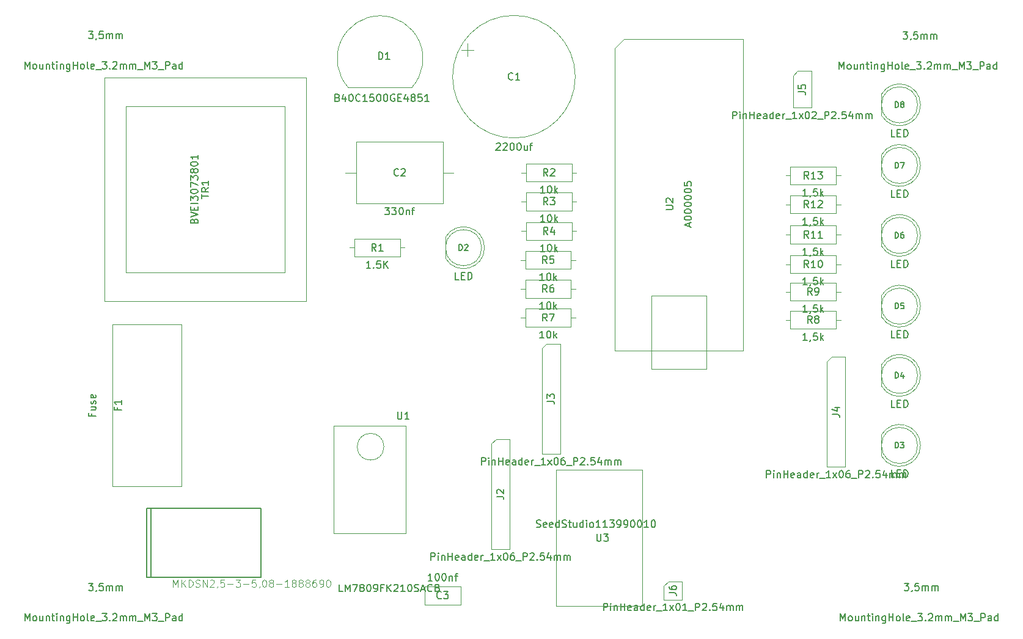
<source format=gbr>
%TF.GenerationSoftware,KiCad,Pcbnew,(5.1.8)-1*%
%TF.CreationDate,2021-12-10T09:08:06+01:00*%
%TF.ProjectId,Schema_Commande_Chacon_54650TX_V2,53636865-6d61-45f4-936f-6d6d616e6465,rev?*%
%TF.SameCoordinates,Original*%
%TF.FileFunction,Other,Fab,Top*%
%FSLAX46Y46*%
G04 Gerber Fmt 4.6, Leading zero omitted, Abs format (unit mm)*
G04 Created by KiCad (PCBNEW (5.1.8)-1) date 2021-12-10 09:08:06*
%MOMM*%
%LPD*%
G01*
G04 APERTURE LIST*
%ADD10C,0.120000*%
%ADD11C,0.100000*%
%ADD12C,0.127000*%
%ADD13C,0.150000*%
%ADD14C,0.200000*%
%ADD15C,0.015000*%
G04 APERTURE END LIST*
D10*
%TO.C,U1*%
X86200000Y-98610000D02*
X86200000Y-113485000D01*
X76150000Y-98610000D02*
X76150000Y-113485000D01*
X76150000Y-98610000D02*
X86200000Y-98610000D01*
X76150000Y-113485000D02*
X86200000Y-113485000D01*
D11*
X83135000Y-101485000D02*
G75*
G03*
X83135000Y-101485000I-1850000J0D01*
G01*
%TO.C,C2*%
X79300000Y-59250000D02*
X79300000Y-67750000D01*
X79300000Y-67750000D02*
X91300000Y-67750000D01*
X91300000Y-67750000D02*
X91300000Y-59250000D01*
X91300000Y-59250000D02*
X79300000Y-59250000D01*
X77800000Y-63500000D02*
X79300000Y-63500000D01*
X92800000Y-63500000D02*
X91300000Y-63500000D01*
%TO.C,F1*%
X55100000Y-84500000D02*
X45500000Y-84500000D01*
X45500000Y-84500000D02*
X45500000Y-107000000D01*
X45500000Y-107000000D02*
X55100000Y-107000000D01*
X55100000Y-107000000D02*
X55100000Y-84500000D01*
%TO.C,C1*%
X109650000Y-50200000D02*
G75*
G03*
X109650000Y-50200000I-8500000J0D01*
G01*
X93843781Y-46472500D02*
X95543781Y-46472500D01*
X94693781Y-45622500D02*
X94693781Y-47322500D01*
%TO.C,C3*%
X88750000Y-123350000D02*
X93750000Y-123350000D01*
X88750000Y-120850000D02*
X88750000Y-123350000D01*
X93750000Y-120850000D02*
X88750000Y-120850000D01*
X93750000Y-123350000D02*
X93750000Y-120850000D01*
D10*
%TO.C,D1*%
X78200000Y-51700000D02*
X87000000Y-51700000D01*
X78200000Y-51700000D02*
G75*
G02*
X87000000Y-51700000I4400000J4000000D01*
G01*
D11*
%TO.C,D2*%
X96670000Y-73900000D02*
G75*
G03*
X96670000Y-73900000I-2500000J0D01*
G01*
X91670000Y-72430306D02*
X91670000Y-75369694D01*
X91669984Y-75369666D02*
G75*
G03*
X91670000Y-72430306I2500016J1469666D01*
G01*
%TO.C,D3*%
X157070000Y-101300000D02*
G75*
G03*
X157070000Y-101300000I-2500000J0D01*
G01*
X152070000Y-99830306D02*
X152070000Y-102769694D01*
X152069984Y-102769666D02*
G75*
G03*
X152070000Y-99830306I2500016J1469666D01*
G01*
%TO.C,D4*%
X152070000Y-90130306D02*
X152070000Y-93069694D01*
X157070000Y-91600000D02*
G75*
G03*
X157070000Y-91600000I-2500000J0D01*
G01*
X152069984Y-93069666D02*
G75*
G03*
X152070000Y-90130306I2500016J1469666D01*
G01*
%TO.C,D5*%
X157070000Y-82000000D02*
G75*
G03*
X157070000Y-82000000I-2500000J0D01*
G01*
X152070000Y-80530306D02*
X152070000Y-83469694D01*
X152069984Y-83469666D02*
G75*
G03*
X152070000Y-80530306I2500016J1469666D01*
G01*
%TO.C,D6*%
X152070000Y-70730306D02*
X152070000Y-73669694D01*
X157070000Y-72200000D02*
G75*
G03*
X157070000Y-72200000I-2500000J0D01*
G01*
X152069984Y-73669666D02*
G75*
G03*
X152070000Y-70730306I2500016J1469666D01*
G01*
%TO.C,D7*%
X157070000Y-62500000D02*
G75*
G03*
X157070000Y-62500000I-2500000J0D01*
G01*
X152070000Y-61030306D02*
X152070000Y-63969694D01*
X152069984Y-63969666D02*
G75*
G03*
X152070000Y-61030306I2500016J1469666D01*
G01*
%TO.C,D8*%
X152070000Y-52630306D02*
X152070000Y-55569694D01*
X157070000Y-54100000D02*
G75*
G03*
X157070000Y-54100000I-2500000J0D01*
G01*
X152069984Y-55569666D02*
G75*
G03*
X152070000Y-52630306I2500016J1469666D01*
G01*
%TO.C,R1*%
X79060000Y-72650000D02*
X79060000Y-75150000D01*
X79060000Y-75150000D02*
X85360000Y-75150000D01*
X85360000Y-75150000D02*
X85360000Y-72650000D01*
X85360000Y-72650000D02*
X79060000Y-72650000D01*
X78400000Y-73900000D02*
X79060000Y-73900000D01*
X86020000Y-73900000D02*
X85360000Y-73900000D01*
%TO.C,R2*%
X102860000Y-62250000D02*
X102860000Y-64750000D01*
X102860000Y-64750000D02*
X109160000Y-64750000D01*
X109160000Y-64750000D02*
X109160000Y-62250000D01*
X109160000Y-62250000D02*
X102860000Y-62250000D01*
X102200000Y-63500000D02*
X102860000Y-63500000D01*
X109820000Y-63500000D02*
X109160000Y-63500000D01*
%TO.C,R3*%
X102860000Y-66250000D02*
X102860000Y-68750000D01*
X102860000Y-68750000D02*
X109160000Y-68750000D01*
X109160000Y-68750000D02*
X109160000Y-66250000D01*
X109160000Y-66250000D02*
X102860000Y-66250000D01*
X102200000Y-67500000D02*
X102860000Y-67500000D01*
X109820000Y-67500000D02*
X109160000Y-67500000D01*
%TO.C,R4*%
X109820000Y-71600000D02*
X109160000Y-71600000D01*
X102200000Y-71600000D02*
X102860000Y-71600000D01*
X109160000Y-70350000D02*
X102860000Y-70350000D01*
X109160000Y-72850000D02*
X109160000Y-70350000D01*
X102860000Y-72850000D02*
X109160000Y-72850000D01*
X102860000Y-70350000D02*
X102860000Y-72850000D01*
%TO.C,R5*%
X102760000Y-74350000D02*
X102760000Y-76850000D01*
X102760000Y-76850000D02*
X109060000Y-76850000D01*
X109060000Y-76850000D02*
X109060000Y-74350000D01*
X109060000Y-74350000D02*
X102760000Y-74350000D01*
X102100000Y-75600000D02*
X102760000Y-75600000D01*
X109720000Y-75600000D02*
X109060000Y-75600000D01*
%TO.C,R6*%
X109720000Y-79600000D02*
X109060000Y-79600000D01*
X102100000Y-79600000D02*
X102760000Y-79600000D01*
X109060000Y-78350000D02*
X102760000Y-78350000D01*
X109060000Y-80850000D02*
X109060000Y-78350000D01*
X102760000Y-80850000D02*
X109060000Y-80850000D01*
X102760000Y-78350000D02*
X102760000Y-80850000D01*
%TO.C,R7*%
X109720000Y-83600000D02*
X109060000Y-83600000D01*
X102100000Y-83600000D02*
X102760000Y-83600000D01*
X109060000Y-82350000D02*
X102760000Y-82350000D01*
X109060000Y-84850000D02*
X109060000Y-82350000D01*
X102760000Y-84850000D02*
X109060000Y-84850000D01*
X102760000Y-82350000D02*
X102760000Y-84850000D01*
%TO.C,R8*%
X139460000Y-82650000D02*
X139460000Y-85150000D01*
X139460000Y-85150000D02*
X145760000Y-85150000D01*
X145760000Y-85150000D02*
X145760000Y-82650000D01*
X145760000Y-82650000D02*
X139460000Y-82650000D01*
X138800000Y-83900000D02*
X139460000Y-83900000D01*
X146420000Y-83900000D02*
X145760000Y-83900000D01*
%TO.C,R9*%
X146420000Y-80000000D02*
X145760000Y-80000000D01*
X138800000Y-80000000D02*
X139460000Y-80000000D01*
X145760000Y-78750000D02*
X139460000Y-78750000D01*
X145760000Y-81250000D02*
X145760000Y-78750000D01*
X139460000Y-81250000D02*
X145760000Y-81250000D01*
X139460000Y-78750000D02*
X139460000Y-81250000D01*
%TO.C,R10*%
X146420000Y-76200000D02*
X145760000Y-76200000D01*
X138800000Y-76200000D02*
X139460000Y-76200000D01*
X145760000Y-74950000D02*
X139460000Y-74950000D01*
X145760000Y-77450000D02*
X145760000Y-74950000D01*
X139460000Y-77450000D02*
X145760000Y-77450000D01*
X139460000Y-74950000D02*
X139460000Y-77450000D01*
%TO.C,R11*%
X139460000Y-70850000D02*
X139460000Y-73350000D01*
X139460000Y-73350000D02*
X145760000Y-73350000D01*
X145760000Y-73350000D02*
X145760000Y-70850000D01*
X145760000Y-70850000D02*
X139460000Y-70850000D01*
X138800000Y-72100000D02*
X139460000Y-72100000D01*
X146420000Y-72100000D02*
X145760000Y-72100000D01*
%TO.C,R12*%
X146420000Y-67900000D02*
X145760000Y-67900000D01*
X138800000Y-67900000D02*
X139460000Y-67900000D01*
X145760000Y-66650000D02*
X139460000Y-66650000D01*
X145760000Y-69150000D02*
X145760000Y-66650000D01*
X139460000Y-69150000D02*
X145760000Y-69150000D01*
X139460000Y-66650000D02*
X139460000Y-69150000D01*
%TO.C,R13*%
X139460000Y-62650000D02*
X139460000Y-65150000D01*
X139460000Y-65150000D02*
X145760000Y-65150000D01*
X145760000Y-65150000D02*
X145760000Y-62650000D01*
X145760000Y-62650000D02*
X139460000Y-62650000D01*
X138800000Y-63900000D02*
X139460000Y-63900000D01*
X146420000Y-63900000D02*
X145760000Y-63900000D01*
%TO.C,U2*%
X120210000Y-80550000D02*
X127830000Y-80550000D01*
X127830000Y-80550000D02*
X127830000Y-90710000D01*
X127830000Y-90710000D02*
X120210000Y-90710000D01*
X120210000Y-90710000D02*
X120210000Y-80550000D01*
X132910000Y-88170000D02*
X115130000Y-88170000D01*
X115130000Y-88170000D02*
X115130000Y-46260000D01*
X115130000Y-46260000D02*
X116400000Y-44990000D01*
X116400000Y-44990000D02*
X132910000Y-44990000D01*
X132910000Y-44990000D02*
X132910000Y-88170000D01*
D10*
%TO.C,U3*%
X106950000Y-104750000D02*
X106950000Y-123550000D01*
X118850000Y-104650000D02*
X106950000Y-104650000D01*
X118950000Y-104650000D02*
X118950000Y-123550000D01*
X118850000Y-123550000D02*
X106950000Y-123550000D01*
D11*
%TO.C,J5*%
X139830000Y-50065000D02*
X140465000Y-49430000D01*
X139830000Y-54510000D02*
X139830000Y-50065000D01*
X142370000Y-54510000D02*
X139830000Y-54510000D01*
X142370000Y-49430000D02*
X142370000Y-54510000D01*
X140465000Y-49430000D02*
X142370000Y-49430000D01*
D12*
%TO.C,J1*%
X50280000Y-119550000D02*
X50880000Y-119550000D01*
X50280000Y-110050000D02*
X50280000Y-119550000D01*
X50880000Y-110050000D02*
X50280000Y-110050000D01*
X50880000Y-119550000D02*
X50880000Y-110050000D01*
X66120000Y-119550000D02*
X50880000Y-119550000D01*
X66120000Y-110050000D02*
X66120000Y-119550000D01*
X50880000Y-110050000D02*
X66120000Y-110050000D01*
D11*
%TO.C,TR1*%
X69400000Y-54300000D02*
X47400000Y-54300000D01*
X47400000Y-54300000D02*
X47400000Y-77300000D01*
X47400000Y-77300000D02*
X69400000Y-77300000D01*
X69400000Y-77300000D02*
X69400000Y-54300000D01*
X72400000Y-50300000D02*
X72400000Y-81300000D01*
X72400000Y-81300000D02*
X44400000Y-81300000D01*
X44400000Y-81300000D02*
X44400000Y-50300000D01*
X44400000Y-50300000D02*
X72400000Y-50300000D01*
%TO.C,J2*%
X98665000Y-100440000D02*
X100570000Y-100440000D01*
X100570000Y-100440000D02*
X100570000Y-115680000D01*
X100570000Y-115680000D02*
X98030000Y-115680000D01*
X98030000Y-115680000D02*
X98030000Y-101075000D01*
X98030000Y-101075000D02*
X98665000Y-100440000D01*
%TO.C,J3*%
X105665000Y-87230000D02*
X107570000Y-87230000D01*
X107570000Y-87230000D02*
X107570000Y-102470000D01*
X107570000Y-102470000D02*
X105030000Y-102470000D01*
X105030000Y-102470000D02*
X105030000Y-87865000D01*
X105030000Y-87865000D02*
X105665000Y-87230000D01*
%TO.C,J4*%
X144530000Y-89665000D02*
X145165000Y-89030000D01*
X144530000Y-104270000D02*
X144530000Y-89665000D01*
X147070000Y-104270000D02*
X144530000Y-104270000D01*
X147070000Y-89030000D02*
X147070000Y-104270000D01*
X145165000Y-89030000D02*
X147070000Y-89030000D01*
%TO.C,J6*%
X121930000Y-120765000D02*
X122565000Y-120130000D01*
X121930000Y-122670000D02*
X121930000Y-120765000D01*
X124470000Y-122670000D02*
X121930000Y-122670000D01*
X124470000Y-120130000D02*
X124470000Y-122670000D01*
X122565000Y-120130000D02*
X124470000Y-120130000D01*
%TD*%
%TO.C,3\u002C5mm*%
D13*
X33395238Y-125612380D02*
X33395238Y-124612380D01*
X33728571Y-125326666D01*
X34061904Y-124612380D01*
X34061904Y-125612380D01*
X34680952Y-125612380D02*
X34585714Y-125564761D01*
X34538095Y-125517142D01*
X34490476Y-125421904D01*
X34490476Y-125136190D01*
X34538095Y-125040952D01*
X34585714Y-124993333D01*
X34680952Y-124945714D01*
X34823809Y-124945714D01*
X34919047Y-124993333D01*
X34966666Y-125040952D01*
X35014285Y-125136190D01*
X35014285Y-125421904D01*
X34966666Y-125517142D01*
X34919047Y-125564761D01*
X34823809Y-125612380D01*
X34680952Y-125612380D01*
X35871428Y-124945714D02*
X35871428Y-125612380D01*
X35442857Y-124945714D02*
X35442857Y-125469523D01*
X35490476Y-125564761D01*
X35585714Y-125612380D01*
X35728571Y-125612380D01*
X35823809Y-125564761D01*
X35871428Y-125517142D01*
X36347619Y-124945714D02*
X36347619Y-125612380D01*
X36347619Y-125040952D02*
X36395238Y-124993333D01*
X36490476Y-124945714D01*
X36633333Y-124945714D01*
X36728571Y-124993333D01*
X36776190Y-125088571D01*
X36776190Y-125612380D01*
X37109523Y-124945714D02*
X37490476Y-124945714D01*
X37252380Y-124612380D02*
X37252380Y-125469523D01*
X37300000Y-125564761D01*
X37395238Y-125612380D01*
X37490476Y-125612380D01*
X37823809Y-125612380D02*
X37823809Y-124945714D01*
X37823809Y-124612380D02*
X37776190Y-124660000D01*
X37823809Y-124707619D01*
X37871428Y-124660000D01*
X37823809Y-124612380D01*
X37823809Y-124707619D01*
X38300000Y-124945714D02*
X38300000Y-125612380D01*
X38300000Y-125040952D02*
X38347619Y-124993333D01*
X38442857Y-124945714D01*
X38585714Y-124945714D01*
X38680952Y-124993333D01*
X38728571Y-125088571D01*
X38728571Y-125612380D01*
X39633333Y-124945714D02*
X39633333Y-125755238D01*
X39585714Y-125850476D01*
X39538095Y-125898095D01*
X39442857Y-125945714D01*
X39300000Y-125945714D01*
X39204761Y-125898095D01*
X39633333Y-125564761D02*
X39538095Y-125612380D01*
X39347619Y-125612380D01*
X39252380Y-125564761D01*
X39204761Y-125517142D01*
X39157142Y-125421904D01*
X39157142Y-125136190D01*
X39204761Y-125040952D01*
X39252380Y-124993333D01*
X39347619Y-124945714D01*
X39538095Y-124945714D01*
X39633333Y-124993333D01*
X40109523Y-125612380D02*
X40109523Y-124612380D01*
X40109523Y-125088571D02*
X40680952Y-125088571D01*
X40680952Y-125612380D02*
X40680952Y-124612380D01*
X41300000Y-125612380D02*
X41204761Y-125564761D01*
X41157142Y-125517142D01*
X41109523Y-125421904D01*
X41109523Y-125136190D01*
X41157142Y-125040952D01*
X41204761Y-124993333D01*
X41300000Y-124945714D01*
X41442857Y-124945714D01*
X41538095Y-124993333D01*
X41585714Y-125040952D01*
X41633333Y-125136190D01*
X41633333Y-125421904D01*
X41585714Y-125517142D01*
X41538095Y-125564761D01*
X41442857Y-125612380D01*
X41300000Y-125612380D01*
X42204761Y-125612380D02*
X42109523Y-125564761D01*
X42061904Y-125469523D01*
X42061904Y-124612380D01*
X42966666Y-125564761D02*
X42871428Y-125612380D01*
X42680952Y-125612380D01*
X42585714Y-125564761D01*
X42538095Y-125469523D01*
X42538095Y-125088571D01*
X42585714Y-124993333D01*
X42680952Y-124945714D01*
X42871428Y-124945714D01*
X42966666Y-124993333D01*
X43014285Y-125088571D01*
X43014285Y-125183809D01*
X42538095Y-125279047D01*
X43204761Y-125707619D02*
X43966666Y-125707619D01*
X44109523Y-124612380D02*
X44728571Y-124612380D01*
X44395238Y-124993333D01*
X44538095Y-124993333D01*
X44633333Y-125040952D01*
X44680952Y-125088571D01*
X44728571Y-125183809D01*
X44728571Y-125421904D01*
X44680952Y-125517142D01*
X44633333Y-125564761D01*
X44538095Y-125612380D01*
X44252380Y-125612380D01*
X44157142Y-125564761D01*
X44109523Y-125517142D01*
X45157142Y-125517142D02*
X45204761Y-125564761D01*
X45157142Y-125612380D01*
X45109523Y-125564761D01*
X45157142Y-125517142D01*
X45157142Y-125612380D01*
X45585714Y-124707619D02*
X45633333Y-124660000D01*
X45728571Y-124612380D01*
X45966666Y-124612380D01*
X46061904Y-124660000D01*
X46109523Y-124707619D01*
X46157142Y-124802857D01*
X46157142Y-124898095D01*
X46109523Y-125040952D01*
X45538095Y-125612380D01*
X46157142Y-125612380D01*
X46585714Y-125612380D02*
X46585714Y-124945714D01*
X46585714Y-125040952D02*
X46633333Y-124993333D01*
X46728571Y-124945714D01*
X46871428Y-124945714D01*
X46966666Y-124993333D01*
X47014285Y-125088571D01*
X47014285Y-125612380D01*
X47014285Y-125088571D02*
X47061904Y-124993333D01*
X47157142Y-124945714D01*
X47299999Y-124945714D01*
X47395238Y-124993333D01*
X47442857Y-125088571D01*
X47442857Y-125612380D01*
X47919047Y-125612380D02*
X47919047Y-124945714D01*
X47919047Y-125040952D02*
X47966666Y-124993333D01*
X48061904Y-124945714D01*
X48204761Y-124945714D01*
X48300000Y-124993333D01*
X48347619Y-125088571D01*
X48347619Y-125612380D01*
X48347619Y-125088571D02*
X48395238Y-124993333D01*
X48490476Y-124945714D01*
X48633333Y-124945714D01*
X48728571Y-124993333D01*
X48776190Y-125088571D01*
X48776190Y-125612380D01*
X49014285Y-125707619D02*
X49776190Y-125707619D01*
X50014285Y-125612380D02*
X50014285Y-124612380D01*
X50347619Y-125326666D01*
X50680952Y-124612380D01*
X50680952Y-125612380D01*
X51061904Y-124612380D02*
X51680952Y-124612380D01*
X51347619Y-124993333D01*
X51490476Y-124993333D01*
X51585714Y-125040952D01*
X51633333Y-125088571D01*
X51680952Y-125183809D01*
X51680952Y-125421904D01*
X51633333Y-125517142D01*
X51585714Y-125564761D01*
X51490476Y-125612380D01*
X51204761Y-125612380D01*
X51109523Y-125564761D01*
X51061904Y-125517142D01*
X51871428Y-125707619D02*
X52633333Y-125707619D01*
X52871428Y-125612380D02*
X52871428Y-124612380D01*
X53252380Y-124612380D01*
X53347619Y-124660000D01*
X53395238Y-124707619D01*
X53442857Y-124802857D01*
X53442857Y-124945714D01*
X53395238Y-125040952D01*
X53347619Y-125088571D01*
X53252380Y-125136190D01*
X52871428Y-125136190D01*
X54300000Y-125612380D02*
X54300000Y-125088571D01*
X54252380Y-124993333D01*
X54157142Y-124945714D01*
X53966666Y-124945714D01*
X53871428Y-124993333D01*
X54300000Y-125564761D02*
X54204761Y-125612380D01*
X53966666Y-125612380D01*
X53871428Y-125564761D01*
X53823809Y-125469523D01*
X53823809Y-125374285D01*
X53871428Y-125279047D01*
X53966666Y-125231428D01*
X54204761Y-125231428D01*
X54300000Y-125183809D01*
X55204761Y-125612380D02*
X55204761Y-124612380D01*
X55204761Y-125564761D02*
X55109523Y-125612380D01*
X54919047Y-125612380D01*
X54823809Y-125564761D01*
X54776190Y-125517142D01*
X54728571Y-125421904D01*
X54728571Y-125136190D01*
X54776190Y-125040952D01*
X54823809Y-124993333D01*
X54919047Y-124945714D01*
X55109523Y-124945714D01*
X55204761Y-124993333D01*
X42219047Y-120412380D02*
X42838095Y-120412380D01*
X42504761Y-120793333D01*
X42647619Y-120793333D01*
X42742857Y-120840952D01*
X42790476Y-120888571D01*
X42838095Y-120983809D01*
X42838095Y-121221904D01*
X42790476Y-121317142D01*
X42742857Y-121364761D01*
X42647619Y-121412380D01*
X42361904Y-121412380D01*
X42266666Y-121364761D01*
X42219047Y-121317142D01*
X43314285Y-121364761D02*
X43314285Y-121412380D01*
X43266666Y-121507619D01*
X43219047Y-121555238D01*
X44219047Y-120412380D02*
X43742857Y-120412380D01*
X43695238Y-120888571D01*
X43742857Y-120840952D01*
X43838095Y-120793333D01*
X44076190Y-120793333D01*
X44171428Y-120840952D01*
X44219047Y-120888571D01*
X44266666Y-120983809D01*
X44266666Y-121221904D01*
X44219047Y-121317142D01*
X44171428Y-121364761D01*
X44076190Y-121412380D01*
X43838095Y-121412380D01*
X43742857Y-121364761D01*
X43695238Y-121317142D01*
X44695238Y-121412380D02*
X44695238Y-120745714D01*
X44695238Y-120840952D02*
X44742857Y-120793333D01*
X44838095Y-120745714D01*
X44980952Y-120745714D01*
X45076190Y-120793333D01*
X45123809Y-120888571D01*
X45123809Y-121412380D01*
X45123809Y-120888571D02*
X45171428Y-120793333D01*
X45266666Y-120745714D01*
X45409523Y-120745714D01*
X45504761Y-120793333D01*
X45552380Y-120888571D01*
X45552380Y-121412380D01*
X46028571Y-121412380D02*
X46028571Y-120745714D01*
X46028571Y-120840952D02*
X46076190Y-120793333D01*
X46171428Y-120745714D01*
X46314285Y-120745714D01*
X46409523Y-120793333D01*
X46457142Y-120888571D01*
X46457142Y-121412380D01*
X46457142Y-120888571D02*
X46504761Y-120793333D01*
X46600000Y-120745714D01*
X46742857Y-120745714D01*
X46838095Y-120793333D01*
X46885714Y-120888571D01*
X46885714Y-121412380D01*
X33395238Y-49112380D02*
X33395238Y-48112380D01*
X33728571Y-48826666D01*
X34061904Y-48112380D01*
X34061904Y-49112380D01*
X34680952Y-49112380D02*
X34585714Y-49064761D01*
X34538095Y-49017142D01*
X34490476Y-48921904D01*
X34490476Y-48636190D01*
X34538095Y-48540952D01*
X34585714Y-48493333D01*
X34680952Y-48445714D01*
X34823809Y-48445714D01*
X34919047Y-48493333D01*
X34966666Y-48540952D01*
X35014285Y-48636190D01*
X35014285Y-48921904D01*
X34966666Y-49017142D01*
X34919047Y-49064761D01*
X34823809Y-49112380D01*
X34680952Y-49112380D01*
X35871428Y-48445714D02*
X35871428Y-49112380D01*
X35442857Y-48445714D02*
X35442857Y-48969523D01*
X35490476Y-49064761D01*
X35585714Y-49112380D01*
X35728571Y-49112380D01*
X35823809Y-49064761D01*
X35871428Y-49017142D01*
X36347619Y-48445714D02*
X36347619Y-49112380D01*
X36347619Y-48540952D02*
X36395238Y-48493333D01*
X36490476Y-48445714D01*
X36633333Y-48445714D01*
X36728571Y-48493333D01*
X36776190Y-48588571D01*
X36776190Y-49112380D01*
X37109523Y-48445714D02*
X37490476Y-48445714D01*
X37252380Y-48112380D02*
X37252380Y-48969523D01*
X37300000Y-49064761D01*
X37395238Y-49112380D01*
X37490476Y-49112380D01*
X37823809Y-49112380D02*
X37823809Y-48445714D01*
X37823809Y-48112380D02*
X37776190Y-48160000D01*
X37823809Y-48207619D01*
X37871428Y-48160000D01*
X37823809Y-48112380D01*
X37823809Y-48207619D01*
X38300000Y-48445714D02*
X38300000Y-49112380D01*
X38300000Y-48540952D02*
X38347619Y-48493333D01*
X38442857Y-48445714D01*
X38585714Y-48445714D01*
X38680952Y-48493333D01*
X38728571Y-48588571D01*
X38728571Y-49112380D01*
X39633333Y-48445714D02*
X39633333Y-49255238D01*
X39585714Y-49350476D01*
X39538095Y-49398095D01*
X39442857Y-49445714D01*
X39300000Y-49445714D01*
X39204761Y-49398095D01*
X39633333Y-49064761D02*
X39538095Y-49112380D01*
X39347619Y-49112380D01*
X39252380Y-49064761D01*
X39204761Y-49017142D01*
X39157142Y-48921904D01*
X39157142Y-48636190D01*
X39204761Y-48540952D01*
X39252380Y-48493333D01*
X39347619Y-48445714D01*
X39538095Y-48445714D01*
X39633333Y-48493333D01*
X40109523Y-49112380D02*
X40109523Y-48112380D01*
X40109523Y-48588571D02*
X40680952Y-48588571D01*
X40680952Y-49112380D02*
X40680952Y-48112380D01*
X41300000Y-49112380D02*
X41204761Y-49064761D01*
X41157142Y-49017142D01*
X41109523Y-48921904D01*
X41109523Y-48636190D01*
X41157142Y-48540952D01*
X41204761Y-48493333D01*
X41300000Y-48445714D01*
X41442857Y-48445714D01*
X41538095Y-48493333D01*
X41585714Y-48540952D01*
X41633333Y-48636190D01*
X41633333Y-48921904D01*
X41585714Y-49017142D01*
X41538095Y-49064761D01*
X41442857Y-49112380D01*
X41300000Y-49112380D01*
X42204761Y-49112380D02*
X42109523Y-49064761D01*
X42061904Y-48969523D01*
X42061904Y-48112380D01*
X42966666Y-49064761D02*
X42871428Y-49112380D01*
X42680952Y-49112380D01*
X42585714Y-49064761D01*
X42538095Y-48969523D01*
X42538095Y-48588571D01*
X42585714Y-48493333D01*
X42680952Y-48445714D01*
X42871428Y-48445714D01*
X42966666Y-48493333D01*
X43014285Y-48588571D01*
X43014285Y-48683809D01*
X42538095Y-48779047D01*
X43204761Y-49207619D02*
X43966666Y-49207619D01*
X44109523Y-48112380D02*
X44728571Y-48112380D01*
X44395238Y-48493333D01*
X44538095Y-48493333D01*
X44633333Y-48540952D01*
X44680952Y-48588571D01*
X44728571Y-48683809D01*
X44728571Y-48921904D01*
X44680952Y-49017142D01*
X44633333Y-49064761D01*
X44538095Y-49112380D01*
X44252380Y-49112380D01*
X44157142Y-49064761D01*
X44109523Y-49017142D01*
X45157142Y-49017142D02*
X45204761Y-49064761D01*
X45157142Y-49112380D01*
X45109523Y-49064761D01*
X45157142Y-49017142D01*
X45157142Y-49112380D01*
X45585714Y-48207619D02*
X45633333Y-48160000D01*
X45728571Y-48112380D01*
X45966666Y-48112380D01*
X46061904Y-48160000D01*
X46109523Y-48207619D01*
X46157142Y-48302857D01*
X46157142Y-48398095D01*
X46109523Y-48540952D01*
X45538095Y-49112380D01*
X46157142Y-49112380D01*
X46585714Y-49112380D02*
X46585714Y-48445714D01*
X46585714Y-48540952D02*
X46633333Y-48493333D01*
X46728571Y-48445714D01*
X46871428Y-48445714D01*
X46966666Y-48493333D01*
X47014285Y-48588571D01*
X47014285Y-49112380D01*
X47014285Y-48588571D02*
X47061904Y-48493333D01*
X47157142Y-48445714D01*
X47299999Y-48445714D01*
X47395238Y-48493333D01*
X47442857Y-48588571D01*
X47442857Y-49112380D01*
X47919047Y-49112380D02*
X47919047Y-48445714D01*
X47919047Y-48540952D02*
X47966666Y-48493333D01*
X48061904Y-48445714D01*
X48204761Y-48445714D01*
X48300000Y-48493333D01*
X48347619Y-48588571D01*
X48347619Y-49112380D01*
X48347619Y-48588571D02*
X48395238Y-48493333D01*
X48490476Y-48445714D01*
X48633333Y-48445714D01*
X48728571Y-48493333D01*
X48776190Y-48588571D01*
X48776190Y-49112380D01*
X49014285Y-49207619D02*
X49776190Y-49207619D01*
X50014285Y-49112380D02*
X50014285Y-48112380D01*
X50347619Y-48826666D01*
X50680952Y-48112380D01*
X50680952Y-49112380D01*
X51061904Y-48112380D02*
X51680952Y-48112380D01*
X51347619Y-48493333D01*
X51490476Y-48493333D01*
X51585714Y-48540952D01*
X51633333Y-48588571D01*
X51680952Y-48683809D01*
X51680952Y-48921904D01*
X51633333Y-49017142D01*
X51585714Y-49064761D01*
X51490476Y-49112380D01*
X51204761Y-49112380D01*
X51109523Y-49064761D01*
X51061904Y-49017142D01*
X51871428Y-49207619D02*
X52633333Y-49207619D01*
X52871428Y-49112380D02*
X52871428Y-48112380D01*
X53252380Y-48112380D01*
X53347619Y-48160000D01*
X53395238Y-48207619D01*
X53442857Y-48302857D01*
X53442857Y-48445714D01*
X53395238Y-48540952D01*
X53347619Y-48588571D01*
X53252380Y-48636190D01*
X52871428Y-48636190D01*
X54300000Y-49112380D02*
X54300000Y-48588571D01*
X54252380Y-48493333D01*
X54157142Y-48445714D01*
X53966666Y-48445714D01*
X53871428Y-48493333D01*
X54300000Y-49064761D02*
X54204761Y-49112380D01*
X53966666Y-49112380D01*
X53871428Y-49064761D01*
X53823809Y-48969523D01*
X53823809Y-48874285D01*
X53871428Y-48779047D01*
X53966666Y-48731428D01*
X54204761Y-48731428D01*
X54300000Y-48683809D01*
X55204761Y-49112380D02*
X55204761Y-48112380D01*
X55204761Y-49064761D02*
X55109523Y-49112380D01*
X54919047Y-49112380D01*
X54823809Y-49064761D01*
X54776190Y-49017142D01*
X54728571Y-48921904D01*
X54728571Y-48636190D01*
X54776190Y-48540952D01*
X54823809Y-48493333D01*
X54919047Y-48445714D01*
X55109523Y-48445714D01*
X55204761Y-48493333D01*
X42219047Y-43912380D02*
X42838095Y-43912380D01*
X42504761Y-44293333D01*
X42647619Y-44293333D01*
X42742857Y-44340952D01*
X42790476Y-44388571D01*
X42838095Y-44483809D01*
X42838095Y-44721904D01*
X42790476Y-44817142D01*
X42742857Y-44864761D01*
X42647619Y-44912380D01*
X42361904Y-44912380D01*
X42266666Y-44864761D01*
X42219047Y-44817142D01*
X43314285Y-44864761D02*
X43314285Y-44912380D01*
X43266666Y-45007619D01*
X43219047Y-45055238D01*
X44219047Y-43912380D02*
X43742857Y-43912380D01*
X43695238Y-44388571D01*
X43742857Y-44340952D01*
X43838095Y-44293333D01*
X44076190Y-44293333D01*
X44171428Y-44340952D01*
X44219047Y-44388571D01*
X44266666Y-44483809D01*
X44266666Y-44721904D01*
X44219047Y-44817142D01*
X44171428Y-44864761D01*
X44076190Y-44912380D01*
X43838095Y-44912380D01*
X43742857Y-44864761D01*
X43695238Y-44817142D01*
X44695238Y-44912380D02*
X44695238Y-44245714D01*
X44695238Y-44340952D02*
X44742857Y-44293333D01*
X44838095Y-44245714D01*
X44980952Y-44245714D01*
X45076190Y-44293333D01*
X45123809Y-44388571D01*
X45123809Y-44912380D01*
X45123809Y-44388571D02*
X45171428Y-44293333D01*
X45266666Y-44245714D01*
X45409523Y-44245714D01*
X45504761Y-44293333D01*
X45552380Y-44388571D01*
X45552380Y-44912380D01*
X46028571Y-44912380D02*
X46028571Y-44245714D01*
X46028571Y-44340952D02*
X46076190Y-44293333D01*
X46171428Y-44245714D01*
X46314285Y-44245714D01*
X46409523Y-44293333D01*
X46457142Y-44388571D01*
X46457142Y-44912380D01*
X46457142Y-44388571D02*
X46504761Y-44293333D01*
X46600000Y-44245714D01*
X46742857Y-44245714D01*
X46838095Y-44293333D01*
X46885714Y-44388571D01*
X46885714Y-44912380D01*
X146395238Y-125612380D02*
X146395238Y-124612380D01*
X146728571Y-125326666D01*
X147061904Y-124612380D01*
X147061904Y-125612380D01*
X147680952Y-125612380D02*
X147585714Y-125564761D01*
X147538095Y-125517142D01*
X147490476Y-125421904D01*
X147490476Y-125136190D01*
X147538095Y-125040952D01*
X147585714Y-124993333D01*
X147680952Y-124945714D01*
X147823809Y-124945714D01*
X147919047Y-124993333D01*
X147966666Y-125040952D01*
X148014285Y-125136190D01*
X148014285Y-125421904D01*
X147966666Y-125517142D01*
X147919047Y-125564761D01*
X147823809Y-125612380D01*
X147680952Y-125612380D01*
X148871428Y-124945714D02*
X148871428Y-125612380D01*
X148442857Y-124945714D02*
X148442857Y-125469523D01*
X148490476Y-125564761D01*
X148585714Y-125612380D01*
X148728571Y-125612380D01*
X148823809Y-125564761D01*
X148871428Y-125517142D01*
X149347619Y-124945714D02*
X149347619Y-125612380D01*
X149347619Y-125040952D02*
X149395238Y-124993333D01*
X149490476Y-124945714D01*
X149633333Y-124945714D01*
X149728571Y-124993333D01*
X149776190Y-125088571D01*
X149776190Y-125612380D01*
X150109523Y-124945714D02*
X150490476Y-124945714D01*
X150252380Y-124612380D02*
X150252380Y-125469523D01*
X150300000Y-125564761D01*
X150395238Y-125612380D01*
X150490476Y-125612380D01*
X150823809Y-125612380D02*
X150823809Y-124945714D01*
X150823809Y-124612380D02*
X150776190Y-124660000D01*
X150823809Y-124707619D01*
X150871428Y-124660000D01*
X150823809Y-124612380D01*
X150823809Y-124707619D01*
X151300000Y-124945714D02*
X151300000Y-125612380D01*
X151300000Y-125040952D02*
X151347619Y-124993333D01*
X151442857Y-124945714D01*
X151585714Y-124945714D01*
X151680952Y-124993333D01*
X151728571Y-125088571D01*
X151728571Y-125612380D01*
X152633333Y-124945714D02*
X152633333Y-125755238D01*
X152585714Y-125850476D01*
X152538095Y-125898095D01*
X152442857Y-125945714D01*
X152300000Y-125945714D01*
X152204761Y-125898095D01*
X152633333Y-125564761D02*
X152538095Y-125612380D01*
X152347619Y-125612380D01*
X152252380Y-125564761D01*
X152204761Y-125517142D01*
X152157142Y-125421904D01*
X152157142Y-125136190D01*
X152204761Y-125040952D01*
X152252380Y-124993333D01*
X152347619Y-124945714D01*
X152538095Y-124945714D01*
X152633333Y-124993333D01*
X153109523Y-125612380D02*
X153109523Y-124612380D01*
X153109523Y-125088571D02*
X153680952Y-125088571D01*
X153680952Y-125612380D02*
X153680952Y-124612380D01*
X154300000Y-125612380D02*
X154204761Y-125564761D01*
X154157142Y-125517142D01*
X154109523Y-125421904D01*
X154109523Y-125136190D01*
X154157142Y-125040952D01*
X154204761Y-124993333D01*
X154300000Y-124945714D01*
X154442857Y-124945714D01*
X154538095Y-124993333D01*
X154585714Y-125040952D01*
X154633333Y-125136190D01*
X154633333Y-125421904D01*
X154585714Y-125517142D01*
X154538095Y-125564761D01*
X154442857Y-125612380D01*
X154300000Y-125612380D01*
X155204761Y-125612380D02*
X155109523Y-125564761D01*
X155061904Y-125469523D01*
X155061904Y-124612380D01*
X155966666Y-125564761D02*
X155871428Y-125612380D01*
X155680952Y-125612380D01*
X155585714Y-125564761D01*
X155538095Y-125469523D01*
X155538095Y-125088571D01*
X155585714Y-124993333D01*
X155680952Y-124945714D01*
X155871428Y-124945714D01*
X155966666Y-124993333D01*
X156014285Y-125088571D01*
X156014285Y-125183809D01*
X155538095Y-125279047D01*
X156204761Y-125707619D02*
X156966666Y-125707619D01*
X157109523Y-124612380D02*
X157728571Y-124612380D01*
X157395238Y-124993333D01*
X157538095Y-124993333D01*
X157633333Y-125040952D01*
X157680952Y-125088571D01*
X157728571Y-125183809D01*
X157728571Y-125421904D01*
X157680952Y-125517142D01*
X157633333Y-125564761D01*
X157538095Y-125612380D01*
X157252380Y-125612380D01*
X157157142Y-125564761D01*
X157109523Y-125517142D01*
X158157142Y-125517142D02*
X158204761Y-125564761D01*
X158157142Y-125612380D01*
X158109523Y-125564761D01*
X158157142Y-125517142D01*
X158157142Y-125612380D01*
X158585714Y-124707619D02*
X158633333Y-124660000D01*
X158728571Y-124612380D01*
X158966666Y-124612380D01*
X159061904Y-124660000D01*
X159109523Y-124707619D01*
X159157142Y-124802857D01*
X159157142Y-124898095D01*
X159109523Y-125040952D01*
X158538095Y-125612380D01*
X159157142Y-125612380D01*
X159585714Y-125612380D02*
X159585714Y-124945714D01*
X159585714Y-125040952D02*
X159633333Y-124993333D01*
X159728571Y-124945714D01*
X159871428Y-124945714D01*
X159966666Y-124993333D01*
X160014285Y-125088571D01*
X160014285Y-125612380D01*
X160014285Y-125088571D02*
X160061904Y-124993333D01*
X160157142Y-124945714D01*
X160300000Y-124945714D01*
X160395238Y-124993333D01*
X160442857Y-125088571D01*
X160442857Y-125612380D01*
X160919047Y-125612380D02*
X160919047Y-124945714D01*
X160919047Y-125040952D02*
X160966666Y-124993333D01*
X161061904Y-124945714D01*
X161204761Y-124945714D01*
X161300000Y-124993333D01*
X161347619Y-125088571D01*
X161347619Y-125612380D01*
X161347619Y-125088571D02*
X161395238Y-124993333D01*
X161490476Y-124945714D01*
X161633333Y-124945714D01*
X161728571Y-124993333D01*
X161776190Y-125088571D01*
X161776190Y-125612380D01*
X162014285Y-125707619D02*
X162776190Y-125707619D01*
X163014285Y-125612380D02*
X163014285Y-124612380D01*
X163347619Y-125326666D01*
X163680952Y-124612380D01*
X163680952Y-125612380D01*
X164061904Y-124612380D02*
X164680952Y-124612380D01*
X164347619Y-124993333D01*
X164490476Y-124993333D01*
X164585714Y-125040952D01*
X164633333Y-125088571D01*
X164680952Y-125183809D01*
X164680952Y-125421904D01*
X164633333Y-125517142D01*
X164585714Y-125564761D01*
X164490476Y-125612380D01*
X164204761Y-125612380D01*
X164109523Y-125564761D01*
X164061904Y-125517142D01*
X164871428Y-125707619D02*
X165633333Y-125707619D01*
X165871428Y-125612380D02*
X165871428Y-124612380D01*
X166252380Y-124612380D01*
X166347619Y-124660000D01*
X166395238Y-124707619D01*
X166442857Y-124802857D01*
X166442857Y-124945714D01*
X166395238Y-125040952D01*
X166347619Y-125088571D01*
X166252380Y-125136190D01*
X165871428Y-125136190D01*
X167300000Y-125612380D02*
X167300000Y-125088571D01*
X167252380Y-124993333D01*
X167157142Y-124945714D01*
X166966666Y-124945714D01*
X166871428Y-124993333D01*
X167300000Y-125564761D02*
X167204761Y-125612380D01*
X166966666Y-125612380D01*
X166871428Y-125564761D01*
X166823809Y-125469523D01*
X166823809Y-125374285D01*
X166871428Y-125279047D01*
X166966666Y-125231428D01*
X167204761Y-125231428D01*
X167300000Y-125183809D01*
X168204761Y-125612380D02*
X168204761Y-124612380D01*
X168204761Y-125564761D02*
X168109523Y-125612380D01*
X167919047Y-125612380D01*
X167823809Y-125564761D01*
X167776190Y-125517142D01*
X167728571Y-125421904D01*
X167728571Y-125136190D01*
X167776190Y-125040952D01*
X167823809Y-124993333D01*
X167919047Y-124945714D01*
X168109523Y-124945714D01*
X168204761Y-124993333D01*
X155219047Y-120412380D02*
X155838095Y-120412380D01*
X155504761Y-120793333D01*
X155647619Y-120793333D01*
X155742857Y-120840952D01*
X155790476Y-120888571D01*
X155838095Y-120983809D01*
X155838095Y-121221904D01*
X155790476Y-121317142D01*
X155742857Y-121364761D01*
X155647619Y-121412380D01*
X155361904Y-121412380D01*
X155266666Y-121364761D01*
X155219047Y-121317142D01*
X156314285Y-121364761D02*
X156314285Y-121412380D01*
X156266666Y-121507619D01*
X156219047Y-121555238D01*
X157219047Y-120412380D02*
X156742857Y-120412380D01*
X156695238Y-120888571D01*
X156742857Y-120840952D01*
X156838095Y-120793333D01*
X157076190Y-120793333D01*
X157171428Y-120840952D01*
X157219047Y-120888571D01*
X157266666Y-120983809D01*
X157266666Y-121221904D01*
X157219047Y-121317142D01*
X157171428Y-121364761D01*
X157076190Y-121412380D01*
X156838095Y-121412380D01*
X156742857Y-121364761D01*
X156695238Y-121317142D01*
X157695238Y-121412380D02*
X157695238Y-120745714D01*
X157695238Y-120840952D02*
X157742857Y-120793333D01*
X157838095Y-120745714D01*
X157980952Y-120745714D01*
X158076190Y-120793333D01*
X158123809Y-120888571D01*
X158123809Y-121412380D01*
X158123809Y-120888571D02*
X158171428Y-120793333D01*
X158266666Y-120745714D01*
X158409523Y-120745714D01*
X158504761Y-120793333D01*
X158552380Y-120888571D01*
X158552380Y-121412380D01*
X159028571Y-121412380D02*
X159028571Y-120745714D01*
X159028571Y-120840952D02*
X159076190Y-120793333D01*
X159171428Y-120745714D01*
X159314285Y-120745714D01*
X159409523Y-120793333D01*
X159457142Y-120888571D01*
X159457142Y-121412380D01*
X159457142Y-120888571D02*
X159504761Y-120793333D01*
X159600000Y-120745714D01*
X159742857Y-120745714D01*
X159838095Y-120793333D01*
X159885714Y-120888571D01*
X159885714Y-121412380D01*
X146235238Y-49162380D02*
X146235238Y-48162380D01*
X146568571Y-48876666D01*
X146901904Y-48162380D01*
X146901904Y-49162380D01*
X147520952Y-49162380D02*
X147425714Y-49114761D01*
X147378095Y-49067142D01*
X147330476Y-48971904D01*
X147330476Y-48686190D01*
X147378095Y-48590952D01*
X147425714Y-48543333D01*
X147520952Y-48495714D01*
X147663809Y-48495714D01*
X147759047Y-48543333D01*
X147806666Y-48590952D01*
X147854285Y-48686190D01*
X147854285Y-48971904D01*
X147806666Y-49067142D01*
X147759047Y-49114761D01*
X147663809Y-49162380D01*
X147520952Y-49162380D01*
X148711428Y-48495714D02*
X148711428Y-49162380D01*
X148282857Y-48495714D02*
X148282857Y-49019523D01*
X148330476Y-49114761D01*
X148425714Y-49162380D01*
X148568571Y-49162380D01*
X148663809Y-49114761D01*
X148711428Y-49067142D01*
X149187619Y-48495714D02*
X149187619Y-49162380D01*
X149187619Y-48590952D02*
X149235238Y-48543333D01*
X149330476Y-48495714D01*
X149473333Y-48495714D01*
X149568571Y-48543333D01*
X149616190Y-48638571D01*
X149616190Y-49162380D01*
X149949523Y-48495714D02*
X150330476Y-48495714D01*
X150092380Y-48162380D02*
X150092380Y-49019523D01*
X150140000Y-49114761D01*
X150235238Y-49162380D01*
X150330476Y-49162380D01*
X150663809Y-49162380D02*
X150663809Y-48495714D01*
X150663809Y-48162380D02*
X150616190Y-48210000D01*
X150663809Y-48257619D01*
X150711428Y-48210000D01*
X150663809Y-48162380D01*
X150663809Y-48257619D01*
X151140000Y-48495714D02*
X151140000Y-49162380D01*
X151140000Y-48590952D02*
X151187619Y-48543333D01*
X151282857Y-48495714D01*
X151425714Y-48495714D01*
X151520952Y-48543333D01*
X151568571Y-48638571D01*
X151568571Y-49162380D01*
X152473333Y-48495714D02*
X152473333Y-49305238D01*
X152425714Y-49400476D01*
X152378095Y-49448095D01*
X152282857Y-49495714D01*
X152140000Y-49495714D01*
X152044761Y-49448095D01*
X152473333Y-49114761D02*
X152378095Y-49162380D01*
X152187619Y-49162380D01*
X152092380Y-49114761D01*
X152044761Y-49067142D01*
X151997142Y-48971904D01*
X151997142Y-48686190D01*
X152044761Y-48590952D01*
X152092380Y-48543333D01*
X152187619Y-48495714D01*
X152378095Y-48495714D01*
X152473333Y-48543333D01*
X152949523Y-49162380D02*
X152949523Y-48162380D01*
X152949523Y-48638571D02*
X153520952Y-48638571D01*
X153520952Y-49162380D02*
X153520952Y-48162380D01*
X154140000Y-49162380D02*
X154044761Y-49114761D01*
X153997142Y-49067142D01*
X153949523Y-48971904D01*
X153949523Y-48686190D01*
X153997142Y-48590952D01*
X154044761Y-48543333D01*
X154140000Y-48495714D01*
X154282857Y-48495714D01*
X154378095Y-48543333D01*
X154425714Y-48590952D01*
X154473333Y-48686190D01*
X154473333Y-48971904D01*
X154425714Y-49067142D01*
X154378095Y-49114761D01*
X154282857Y-49162380D01*
X154140000Y-49162380D01*
X155044761Y-49162380D02*
X154949523Y-49114761D01*
X154901904Y-49019523D01*
X154901904Y-48162380D01*
X155806666Y-49114761D02*
X155711428Y-49162380D01*
X155520952Y-49162380D01*
X155425714Y-49114761D01*
X155378095Y-49019523D01*
X155378095Y-48638571D01*
X155425714Y-48543333D01*
X155520952Y-48495714D01*
X155711428Y-48495714D01*
X155806666Y-48543333D01*
X155854285Y-48638571D01*
X155854285Y-48733809D01*
X155378095Y-48829047D01*
X156044761Y-49257619D02*
X156806666Y-49257619D01*
X156949523Y-48162380D02*
X157568571Y-48162380D01*
X157235238Y-48543333D01*
X157378095Y-48543333D01*
X157473333Y-48590952D01*
X157520952Y-48638571D01*
X157568571Y-48733809D01*
X157568571Y-48971904D01*
X157520952Y-49067142D01*
X157473333Y-49114761D01*
X157378095Y-49162380D01*
X157092380Y-49162380D01*
X156997142Y-49114761D01*
X156949523Y-49067142D01*
X157997142Y-49067142D02*
X158044761Y-49114761D01*
X157997142Y-49162380D01*
X157949523Y-49114761D01*
X157997142Y-49067142D01*
X157997142Y-49162380D01*
X158425714Y-48257619D02*
X158473333Y-48210000D01*
X158568571Y-48162380D01*
X158806666Y-48162380D01*
X158901904Y-48210000D01*
X158949523Y-48257619D01*
X158997142Y-48352857D01*
X158997142Y-48448095D01*
X158949523Y-48590952D01*
X158378095Y-49162380D01*
X158997142Y-49162380D01*
X159425714Y-49162380D02*
X159425714Y-48495714D01*
X159425714Y-48590952D02*
X159473333Y-48543333D01*
X159568571Y-48495714D01*
X159711428Y-48495714D01*
X159806666Y-48543333D01*
X159854285Y-48638571D01*
X159854285Y-49162380D01*
X159854285Y-48638571D02*
X159901904Y-48543333D01*
X159997142Y-48495714D01*
X160140000Y-48495714D01*
X160235238Y-48543333D01*
X160282857Y-48638571D01*
X160282857Y-49162380D01*
X160759047Y-49162380D02*
X160759047Y-48495714D01*
X160759047Y-48590952D02*
X160806666Y-48543333D01*
X160901904Y-48495714D01*
X161044761Y-48495714D01*
X161140000Y-48543333D01*
X161187619Y-48638571D01*
X161187619Y-49162380D01*
X161187619Y-48638571D02*
X161235238Y-48543333D01*
X161330476Y-48495714D01*
X161473333Y-48495714D01*
X161568571Y-48543333D01*
X161616190Y-48638571D01*
X161616190Y-49162380D01*
X161854285Y-49257619D02*
X162616190Y-49257619D01*
X162854285Y-49162380D02*
X162854285Y-48162380D01*
X163187619Y-48876666D01*
X163520952Y-48162380D01*
X163520952Y-49162380D01*
X163901904Y-48162380D02*
X164520952Y-48162380D01*
X164187619Y-48543333D01*
X164330476Y-48543333D01*
X164425714Y-48590952D01*
X164473333Y-48638571D01*
X164520952Y-48733809D01*
X164520952Y-48971904D01*
X164473333Y-49067142D01*
X164425714Y-49114761D01*
X164330476Y-49162380D01*
X164044761Y-49162380D01*
X163949523Y-49114761D01*
X163901904Y-49067142D01*
X164711428Y-49257619D02*
X165473333Y-49257619D01*
X165711428Y-49162380D02*
X165711428Y-48162380D01*
X166092380Y-48162380D01*
X166187619Y-48210000D01*
X166235238Y-48257619D01*
X166282857Y-48352857D01*
X166282857Y-48495714D01*
X166235238Y-48590952D01*
X166187619Y-48638571D01*
X166092380Y-48686190D01*
X165711428Y-48686190D01*
X167140000Y-49162380D02*
X167140000Y-48638571D01*
X167092380Y-48543333D01*
X166997142Y-48495714D01*
X166806666Y-48495714D01*
X166711428Y-48543333D01*
X167140000Y-49114761D02*
X167044761Y-49162380D01*
X166806666Y-49162380D01*
X166711428Y-49114761D01*
X166663809Y-49019523D01*
X166663809Y-48924285D01*
X166711428Y-48829047D01*
X166806666Y-48781428D01*
X167044761Y-48781428D01*
X167140000Y-48733809D01*
X168044761Y-49162380D02*
X168044761Y-48162380D01*
X168044761Y-49114761D02*
X167949523Y-49162380D01*
X167759047Y-49162380D01*
X167663809Y-49114761D01*
X167616190Y-49067142D01*
X167568571Y-48971904D01*
X167568571Y-48686190D01*
X167616190Y-48590952D01*
X167663809Y-48543333D01*
X167759047Y-48495714D01*
X167949523Y-48495714D01*
X168044761Y-48543333D01*
X155059047Y-43962380D02*
X155678095Y-43962380D01*
X155344761Y-44343333D01*
X155487619Y-44343333D01*
X155582857Y-44390952D01*
X155630476Y-44438571D01*
X155678095Y-44533809D01*
X155678095Y-44771904D01*
X155630476Y-44867142D01*
X155582857Y-44914761D01*
X155487619Y-44962380D01*
X155201904Y-44962380D01*
X155106666Y-44914761D01*
X155059047Y-44867142D01*
X156154285Y-44914761D02*
X156154285Y-44962380D01*
X156106666Y-45057619D01*
X156059047Y-45105238D01*
X157059047Y-43962380D02*
X156582857Y-43962380D01*
X156535238Y-44438571D01*
X156582857Y-44390952D01*
X156678095Y-44343333D01*
X156916190Y-44343333D01*
X157011428Y-44390952D01*
X157059047Y-44438571D01*
X157106666Y-44533809D01*
X157106666Y-44771904D01*
X157059047Y-44867142D01*
X157011428Y-44914761D01*
X156916190Y-44962380D01*
X156678095Y-44962380D01*
X156582857Y-44914761D01*
X156535238Y-44867142D01*
X157535238Y-44962380D02*
X157535238Y-44295714D01*
X157535238Y-44390952D02*
X157582857Y-44343333D01*
X157678095Y-44295714D01*
X157820952Y-44295714D01*
X157916190Y-44343333D01*
X157963809Y-44438571D01*
X157963809Y-44962380D01*
X157963809Y-44438571D02*
X158011428Y-44343333D01*
X158106666Y-44295714D01*
X158249523Y-44295714D01*
X158344761Y-44343333D01*
X158392380Y-44438571D01*
X158392380Y-44962380D01*
X158868571Y-44962380D02*
X158868571Y-44295714D01*
X158868571Y-44390952D02*
X158916190Y-44343333D01*
X159011428Y-44295714D01*
X159154285Y-44295714D01*
X159249523Y-44343333D01*
X159297142Y-44438571D01*
X159297142Y-44962380D01*
X159297142Y-44438571D02*
X159344761Y-44343333D01*
X159440000Y-44295714D01*
X159582857Y-44295714D01*
X159678095Y-44343333D01*
X159725714Y-44438571D01*
X159725714Y-44962380D01*
%TO.C,U1*%
X77421428Y-121562380D02*
X76945238Y-121562380D01*
X76945238Y-120562380D01*
X77754761Y-121562380D02*
X77754761Y-120562380D01*
X78088095Y-121276666D01*
X78421428Y-120562380D01*
X78421428Y-121562380D01*
X78802380Y-120562380D02*
X79469047Y-120562380D01*
X79040476Y-121562380D01*
X79992857Y-120990952D02*
X79897619Y-120943333D01*
X79850000Y-120895714D01*
X79802380Y-120800476D01*
X79802380Y-120752857D01*
X79850000Y-120657619D01*
X79897619Y-120610000D01*
X79992857Y-120562380D01*
X80183333Y-120562380D01*
X80278571Y-120610000D01*
X80326190Y-120657619D01*
X80373809Y-120752857D01*
X80373809Y-120800476D01*
X80326190Y-120895714D01*
X80278571Y-120943333D01*
X80183333Y-120990952D01*
X79992857Y-120990952D01*
X79897619Y-121038571D01*
X79850000Y-121086190D01*
X79802380Y-121181428D01*
X79802380Y-121371904D01*
X79850000Y-121467142D01*
X79897619Y-121514761D01*
X79992857Y-121562380D01*
X80183333Y-121562380D01*
X80278571Y-121514761D01*
X80326190Y-121467142D01*
X80373809Y-121371904D01*
X80373809Y-121181428D01*
X80326190Y-121086190D01*
X80278571Y-121038571D01*
X80183333Y-120990952D01*
X80992857Y-120562380D02*
X81088095Y-120562380D01*
X81183333Y-120610000D01*
X81230952Y-120657619D01*
X81278571Y-120752857D01*
X81326190Y-120943333D01*
X81326190Y-121181428D01*
X81278571Y-121371904D01*
X81230952Y-121467142D01*
X81183333Y-121514761D01*
X81088095Y-121562380D01*
X80992857Y-121562380D01*
X80897619Y-121514761D01*
X80850000Y-121467142D01*
X80802380Y-121371904D01*
X80754761Y-121181428D01*
X80754761Y-120943333D01*
X80802380Y-120752857D01*
X80850000Y-120657619D01*
X80897619Y-120610000D01*
X80992857Y-120562380D01*
X81802380Y-121562380D02*
X81992857Y-121562380D01*
X82088095Y-121514761D01*
X82135714Y-121467142D01*
X82230952Y-121324285D01*
X82278571Y-121133809D01*
X82278571Y-120752857D01*
X82230952Y-120657619D01*
X82183333Y-120610000D01*
X82088095Y-120562380D01*
X81897619Y-120562380D01*
X81802380Y-120610000D01*
X81754761Y-120657619D01*
X81707142Y-120752857D01*
X81707142Y-120990952D01*
X81754761Y-121086190D01*
X81802380Y-121133809D01*
X81897619Y-121181428D01*
X82088095Y-121181428D01*
X82183333Y-121133809D01*
X82230952Y-121086190D01*
X82278571Y-120990952D01*
X83040476Y-121038571D02*
X82707142Y-121038571D01*
X82707142Y-121562380D02*
X82707142Y-120562380D01*
X83183333Y-120562380D01*
X83564285Y-121562380D02*
X83564285Y-120562380D01*
X84135714Y-121562380D02*
X83707142Y-120990952D01*
X84135714Y-120562380D02*
X83564285Y-121133809D01*
X84516666Y-120657619D02*
X84564285Y-120610000D01*
X84659523Y-120562380D01*
X84897619Y-120562380D01*
X84992857Y-120610000D01*
X85040476Y-120657619D01*
X85088095Y-120752857D01*
X85088095Y-120848095D01*
X85040476Y-120990952D01*
X84469047Y-121562380D01*
X85088095Y-121562380D01*
X86040476Y-121562380D02*
X85469047Y-121562380D01*
X85754761Y-121562380D02*
X85754761Y-120562380D01*
X85659523Y-120705238D01*
X85564285Y-120800476D01*
X85469047Y-120848095D01*
X86659523Y-120562380D02*
X86754761Y-120562380D01*
X86850000Y-120610000D01*
X86897619Y-120657619D01*
X86945238Y-120752857D01*
X86992857Y-120943333D01*
X86992857Y-121181428D01*
X86945238Y-121371904D01*
X86897619Y-121467142D01*
X86850000Y-121514761D01*
X86754761Y-121562380D01*
X86659523Y-121562380D01*
X86564285Y-121514761D01*
X86516666Y-121467142D01*
X86469047Y-121371904D01*
X86421428Y-121181428D01*
X86421428Y-120943333D01*
X86469047Y-120752857D01*
X86516666Y-120657619D01*
X86564285Y-120610000D01*
X86659523Y-120562380D01*
X87373809Y-121514761D02*
X87516666Y-121562380D01*
X87754761Y-121562380D01*
X87849999Y-121514761D01*
X87897619Y-121467142D01*
X87945238Y-121371904D01*
X87945238Y-121276666D01*
X87897619Y-121181428D01*
X87849999Y-121133809D01*
X87754761Y-121086190D01*
X87564285Y-121038571D01*
X87469047Y-120990952D01*
X87421428Y-120943333D01*
X87373809Y-120848095D01*
X87373809Y-120752857D01*
X87421428Y-120657619D01*
X87469047Y-120610000D01*
X87564285Y-120562380D01*
X87802380Y-120562380D01*
X87945238Y-120610000D01*
X88326190Y-121276666D02*
X88802380Y-121276666D01*
X88230952Y-121562380D02*
X88564285Y-120562380D01*
X88897619Y-121562380D01*
X89802380Y-121467142D02*
X89754761Y-121514761D01*
X89611904Y-121562380D01*
X89516666Y-121562380D01*
X89373809Y-121514761D01*
X89278571Y-121419523D01*
X89230952Y-121324285D01*
X89183333Y-121133809D01*
X89183333Y-120990952D01*
X89230952Y-120800476D01*
X89278571Y-120705238D01*
X89373809Y-120610000D01*
X89516666Y-120562380D01*
X89611904Y-120562380D01*
X89754761Y-120610000D01*
X89802380Y-120657619D01*
X90564285Y-121038571D02*
X90707142Y-121086190D01*
X90754761Y-121133809D01*
X90802380Y-121229047D01*
X90802380Y-121371904D01*
X90754761Y-121467142D01*
X90707142Y-121514761D01*
X90611904Y-121562380D01*
X90230952Y-121562380D01*
X90230952Y-120562380D01*
X90564285Y-120562380D01*
X90659523Y-120610000D01*
X90707142Y-120657619D01*
X90754761Y-120752857D01*
X90754761Y-120848095D01*
X90707142Y-120943333D01*
X90659523Y-120990952D01*
X90564285Y-121038571D01*
X90230952Y-121038571D01*
X85038095Y-96662380D02*
X85038095Y-97471904D01*
X85085714Y-97567142D01*
X85133333Y-97614761D01*
X85228571Y-97662380D01*
X85419047Y-97662380D01*
X85514285Y-97614761D01*
X85561904Y-97567142D01*
X85609523Y-97471904D01*
X85609523Y-96662380D01*
X86609523Y-97662380D02*
X86038095Y-97662380D01*
X86323809Y-97662380D02*
X86323809Y-96662380D01*
X86228571Y-96805238D01*
X86133333Y-96900476D01*
X86038095Y-96948095D01*
%TO.C,C2*%
X83276190Y-68322380D02*
X83895238Y-68322380D01*
X83561904Y-68703333D01*
X83704761Y-68703333D01*
X83800000Y-68750952D01*
X83847619Y-68798571D01*
X83895238Y-68893809D01*
X83895238Y-69131904D01*
X83847619Y-69227142D01*
X83800000Y-69274761D01*
X83704761Y-69322380D01*
X83419047Y-69322380D01*
X83323809Y-69274761D01*
X83276190Y-69227142D01*
X84228571Y-68322380D02*
X84847619Y-68322380D01*
X84514285Y-68703333D01*
X84657142Y-68703333D01*
X84752380Y-68750952D01*
X84800000Y-68798571D01*
X84847619Y-68893809D01*
X84847619Y-69131904D01*
X84800000Y-69227142D01*
X84752380Y-69274761D01*
X84657142Y-69322380D01*
X84371428Y-69322380D01*
X84276190Y-69274761D01*
X84228571Y-69227142D01*
X85466666Y-68322380D02*
X85561904Y-68322380D01*
X85657142Y-68370000D01*
X85704761Y-68417619D01*
X85752380Y-68512857D01*
X85800000Y-68703333D01*
X85800000Y-68941428D01*
X85752380Y-69131904D01*
X85704761Y-69227142D01*
X85657142Y-69274761D01*
X85561904Y-69322380D01*
X85466666Y-69322380D01*
X85371428Y-69274761D01*
X85323809Y-69227142D01*
X85276190Y-69131904D01*
X85228571Y-68941428D01*
X85228571Y-68703333D01*
X85276190Y-68512857D01*
X85323809Y-68417619D01*
X85371428Y-68370000D01*
X85466666Y-68322380D01*
X86228571Y-68655714D02*
X86228571Y-69322380D01*
X86228571Y-68750952D02*
X86276190Y-68703333D01*
X86371428Y-68655714D01*
X86514285Y-68655714D01*
X86609523Y-68703333D01*
X86657142Y-68798571D01*
X86657142Y-69322380D01*
X86990476Y-68655714D02*
X87371428Y-68655714D01*
X87133333Y-69322380D02*
X87133333Y-68465238D01*
X87180952Y-68370000D01*
X87276190Y-68322380D01*
X87371428Y-68322380D01*
X85133333Y-63857142D02*
X85085714Y-63904761D01*
X84942857Y-63952380D01*
X84847619Y-63952380D01*
X84704761Y-63904761D01*
X84609523Y-63809523D01*
X84561904Y-63714285D01*
X84514285Y-63523809D01*
X84514285Y-63380952D01*
X84561904Y-63190476D01*
X84609523Y-63095238D01*
X84704761Y-63000000D01*
X84847619Y-62952380D01*
X84942857Y-62952380D01*
X85085714Y-63000000D01*
X85133333Y-63047619D01*
X85514285Y-63047619D02*
X85561904Y-63000000D01*
X85657142Y-62952380D01*
X85895238Y-62952380D01*
X85990476Y-63000000D01*
X86038095Y-63047619D01*
X86085714Y-63142857D01*
X86085714Y-63238095D01*
X86038095Y-63380952D01*
X85466666Y-63952380D01*
X86085714Y-63952380D01*
%TO.C,F1*%
X42678571Y-96917857D02*
X42678571Y-97251190D01*
X43202380Y-97251190D02*
X42202380Y-97251190D01*
X42202380Y-96775000D01*
X42535714Y-95965476D02*
X43202380Y-95965476D01*
X42535714Y-96394047D02*
X43059523Y-96394047D01*
X43154761Y-96346428D01*
X43202380Y-96251190D01*
X43202380Y-96108333D01*
X43154761Y-96013095D01*
X43107142Y-95965476D01*
X43154761Y-95536904D02*
X43202380Y-95441666D01*
X43202380Y-95251190D01*
X43154761Y-95155952D01*
X43059523Y-95108333D01*
X43011904Y-95108333D01*
X42916666Y-95155952D01*
X42869047Y-95251190D01*
X42869047Y-95394047D01*
X42821428Y-95489285D01*
X42726190Y-95536904D01*
X42678571Y-95536904D01*
X42583333Y-95489285D01*
X42535714Y-95394047D01*
X42535714Y-95251190D01*
X42583333Y-95155952D01*
X43154761Y-94298809D02*
X43202380Y-94394047D01*
X43202380Y-94584523D01*
X43154761Y-94679761D01*
X43059523Y-94727380D01*
X42678571Y-94727380D01*
X42583333Y-94679761D01*
X42535714Y-94584523D01*
X42535714Y-94394047D01*
X42583333Y-94298809D01*
X42678571Y-94251190D01*
X42773809Y-94251190D01*
X42869047Y-94727380D01*
X46228571Y-96083333D02*
X46228571Y-96416666D01*
X46752380Y-96416666D02*
X45752380Y-96416666D01*
X45752380Y-95940476D01*
X46752380Y-95035714D02*
X46752380Y-95607142D01*
X46752380Y-95321428D02*
X45752380Y-95321428D01*
X45895238Y-95416666D01*
X45990476Y-95511904D01*
X46038095Y-95607142D01*
%TO.C,C1*%
X98697619Y-59497619D02*
X98745238Y-59450000D01*
X98840476Y-59402380D01*
X99078571Y-59402380D01*
X99173809Y-59450000D01*
X99221428Y-59497619D01*
X99269047Y-59592857D01*
X99269047Y-59688095D01*
X99221428Y-59830952D01*
X98650000Y-60402380D01*
X99269047Y-60402380D01*
X99650000Y-59497619D02*
X99697619Y-59450000D01*
X99792857Y-59402380D01*
X100030952Y-59402380D01*
X100126190Y-59450000D01*
X100173809Y-59497619D01*
X100221428Y-59592857D01*
X100221428Y-59688095D01*
X100173809Y-59830952D01*
X99602380Y-60402380D01*
X100221428Y-60402380D01*
X100840476Y-59402380D02*
X100935714Y-59402380D01*
X101030952Y-59450000D01*
X101078571Y-59497619D01*
X101126190Y-59592857D01*
X101173809Y-59783333D01*
X101173809Y-60021428D01*
X101126190Y-60211904D01*
X101078571Y-60307142D01*
X101030952Y-60354761D01*
X100935714Y-60402380D01*
X100840476Y-60402380D01*
X100745238Y-60354761D01*
X100697619Y-60307142D01*
X100650000Y-60211904D01*
X100602380Y-60021428D01*
X100602380Y-59783333D01*
X100650000Y-59592857D01*
X100697619Y-59497619D01*
X100745238Y-59450000D01*
X100840476Y-59402380D01*
X101792857Y-59402380D02*
X101888095Y-59402380D01*
X101983333Y-59450000D01*
X102030952Y-59497619D01*
X102078571Y-59592857D01*
X102126190Y-59783333D01*
X102126190Y-60021428D01*
X102078571Y-60211904D01*
X102030952Y-60307142D01*
X101983333Y-60354761D01*
X101888095Y-60402380D01*
X101792857Y-60402380D01*
X101697619Y-60354761D01*
X101650000Y-60307142D01*
X101602380Y-60211904D01*
X101554761Y-60021428D01*
X101554761Y-59783333D01*
X101602380Y-59592857D01*
X101650000Y-59497619D01*
X101697619Y-59450000D01*
X101792857Y-59402380D01*
X102983333Y-59735714D02*
X102983333Y-60402380D01*
X102554761Y-59735714D02*
X102554761Y-60259523D01*
X102602380Y-60354761D01*
X102697619Y-60402380D01*
X102840476Y-60402380D01*
X102935714Y-60354761D01*
X102983333Y-60307142D01*
X103316666Y-59735714D02*
X103697619Y-59735714D01*
X103459523Y-60402380D02*
X103459523Y-59545238D01*
X103507142Y-59450000D01*
X103602380Y-59402380D01*
X103697619Y-59402380D01*
X100983333Y-50557142D02*
X100935714Y-50604761D01*
X100792857Y-50652380D01*
X100697619Y-50652380D01*
X100554761Y-50604761D01*
X100459523Y-50509523D01*
X100411904Y-50414285D01*
X100364285Y-50223809D01*
X100364285Y-50080952D01*
X100411904Y-49890476D01*
X100459523Y-49795238D01*
X100554761Y-49700000D01*
X100697619Y-49652380D01*
X100792857Y-49652380D01*
X100935714Y-49700000D01*
X100983333Y-49747619D01*
X101935714Y-50652380D02*
X101364285Y-50652380D01*
X101650000Y-50652380D02*
X101650000Y-49652380D01*
X101554761Y-49795238D01*
X101459523Y-49890476D01*
X101364285Y-49938095D01*
%TO.C,C3*%
X89845238Y-120052380D02*
X89273809Y-120052380D01*
X89559523Y-120052380D02*
X89559523Y-119052380D01*
X89464285Y-119195238D01*
X89369047Y-119290476D01*
X89273809Y-119338095D01*
X90464285Y-119052380D02*
X90559523Y-119052380D01*
X90654761Y-119100000D01*
X90702380Y-119147619D01*
X90750000Y-119242857D01*
X90797619Y-119433333D01*
X90797619Y-119671428D01*
X90750000Y-119861904D01*
X90702380Y-119957142D01*
X90654761Y-120004761D01*
X90559523Y-120052380D01*
X90464285Y-120052380D01*
X90369047Y-120004761D01*
X90321428Y-119957142D01*
X90273809Y-119861904D01*
X90226190Y-119671428D01*
X90226190Y-119433333D01*
X90273809Y-119242857D01*
X90321428Y-119147619D01*
X90369047Y-119100000D01*
X90464285Y-119052380D01*
X91416666Y-119052380D02*
X91511904Y-119052380D01*
X91607142Y-119100000D01*
X91654761Y-119147619D01*
X91702380Y-119242857D01*
X91750000Y-119433333D01*
X91750000Y-119671428D01*
X91702380Y-119861904D01*
X91654761Y-119957142D01*
X91607142Y-120004761D01*
X91511904Y-120052380D01*
X91416666Y-120052380D01*
X91321428Y-120004761D01*
X91273809Y-119957142D01*
X91226190Y-119861904D01*
X91178571Y-119671428D01*
X91178571Y-119433333D01*
X91226190Y-119242857D01*
X91273809Y-119147619D01*
X91321428Y-119100000D01*
X91416666Y-119052380D01*
X92178571Y-119385714D02*
X92178571Y-120052380D01*
X92178571Y-119480952D02*
X92226190Y-119433333D01*
X92321428Y-119385714D01*
X92464285Y-119385714D01*
X92559523Y-119433333D01*
X92607142Y-119528571D01*
X92607142Y-120052380D01*
X92940476Y-119385714D02*
X93321428Y-119385714D01*
X93083333Y-120052380D02*
X93083333Y-119195238D01*
X93130952Y-119100000D01*
X93226190Y-119052380D01*
X93321428Y-119052380D01*
X91083333Y-122457142D02*
X91035714Y-122504761D01*
X90892857Y-122552380D01*
X90797619Y-122552380D01*
X90654761Y-122504761D01*
X90559523Y-122409523D01*
X90511904Y-122314285D01*
X90464285Y-122123809D01*
X90464285Y-121980952D01*
X90511904Y-121790476D01*
X90559523Y-121695238D01*
X90654761Y-121600000D01*
X90797619Y-121552380D01*
X90892857Y-121552380D01*
X91035714Y-121600000D01*
X91083333Y-121647619D01*
X91416666Y-121552380D02*
X92035714Y-121552380D01*
X91702380Y-121933333D01*
X91845238Y-121933333D01*
X91940476Y-121980952D01*
X91988095Y-122028571D01*
X92035714Y-122123809D01*
X92035714Y-122361904D01*
X91988095Y-122457142D01*
X91940476Y-122504761D01*
X91845238Y-122552380D01*
X91559523Y-122552380D01*
X91464285Y-122504761D01*
X91416666Y-122457142D01*
%TO.C,D1*%
X76707142Y-53103571D02*
X76850000Y-53151190D01*
X76897619Y-53198809D01*
X76945238Y-53294047D01*
X76945238Y-53436904D01*
X76897619Y-53532142D01*
X76850000Y-53579761D01*
X76754761Y-53627380D01*
X76373809Y-53627380D01*
X76373809Y-52627380D01*
X76707142Y-52627380D01*
X76802380Y-52675000D01*
X76850000Y-52722619D01*
X76897619Y-52817857D01*
X76897619Y-52913095D01*
X76850000Y-53008333D01*
X76802380Y-53055952D01*
X76707142Y-53103571D01*
X76373809Y-53103571D01*
X77802380Y-52960714D02*
X77802380Y-53627380D01*
X77564285Y-52579761D02*
X77326190Y-53294047D01*
X77945238Y-53294047D01*
X78516666Y-52627380D02*
X78611904Y-52627380D01*
X78707142Y-52675000D01*
X78754761Y-52722619D01*
X78802380Y-52817857D01*
X78850000Y-53008333D01*
X78850000Y-53246428D01*
X78802380Y-53436904D01*
X78754761Y-53532142D01*
X78707142Y-53579761D01*
X78611904Y-53627380D01*
X78516666Y-53627380D01*
X78421428Y-53579761D01*
X78373809Y-53532142D01*
X78326190Y-53436904D01*
X78278571Y-53246428D01*
X78278571Y-53008333D01*
X78326190Y-52817857D01*
X78373809Y-52722619D01*
X78421428Y-52675000D01*
X78516666Y-52627380D01*
X79850000Y-53532142D02*
X79802380Y-53579761D01*
X79659523Y-53627380D01*
X79564285Y-53627380D01*
X79421428Y-53579761D01*
X79326190Y-53484523D01*
X79278571Y-53389285D01*
X79230952Y-53198809D01*
X79230952Y-53055952D01*
X79278571Y-52865476D01*
X79326190Y-52770238D01*
X79421428Y-52675000D01*
X79564285Y-52627380D01*
X79659523Y-52627380D01*
X79802380Y-52675000D01*
X79850000Y-52722619D01*
X80802380Y-53627380D02*
X80230952Y-53627380D01*
X80516666Y-53627380D02*
X80516666Y-52627380D01*
X80421428Y-52770238D01*
X80326190Y-52865476D01*
X80230952Y-52913095D01*
X81707142Y-52627380D02*
X81230952Y-52627380D01*
X81183333Y-53103571D01*
X81230952Y-53055952D01*
X81326190Y-53008333D01*
X81564285Y-53008333D01*
X81659523Y-53055952D01*
X81707142Y-53103571D01*
X81754761Y-53198809D01*
X81754761Y-53436904D01*
X81707142Y-53532142D01*
X81659523Y-53579761D01*
X81564285Y-53627380D01*
X81326190Y-53627380D01*
X81230952Y-53579761D01*
X81183333Y-53532142D01*
X82373809Y-52627380D02*
X82469047Y-52627380D01*
X82564285Y-52675000D01*
X82611904Y-52722619D01*
X82659523Y-52817857D01*
X82707142Y-53008333D01*
X82707142Y-53246428D01*
X82659523Y-53436904D01*
X82611904Y-53532142D01*
X82564285Y-53579761D01*
X82469047Y-53627380D01*
X82373809Y-53627380D01*
X82278571Y-53579761D01*
X82230952Y-53532142D01*
X82183333Y-53436904D01*
X82135714Y-53246428D01*
X82135714Y-53008333D01*
X82183333Y-52817857D01*
X82230952Y-52722619D01*
X82278571Y-52675000D01*
X82373809Y-52627380D01*
X83326190Y-52627380D02*
X83421428Y-52627380D01*
X83516666Y-52675000D01*
X83564285Y-52722619D01*
X83611904Y-52817857D01*
X83659523Y-53008333D01*
X83659523Y-53246428D01*
X83611904Y-53436904D01*
X83564285Y-53532142D01*
X83516666Y-53579761D01*
X83421428Y-53627380D01*
X83326190Y-53627380D01*
X83230952Y-53579761D01*
X83183333Y-53532142D01*
X83135714Y-53436904D01*
X83088095Y-53246428D01*
X83088095Y-53008333D01*
X83135714Y-52817857D01*
X83183333Y-52722619D01*
X83230952Y-52675000D01*
X83326190Y-52627380D01*
X84611904Y-52675000D02*
X84516666Y-52627380D01*
X84373809Y-52627380D01*
X84230952Y-52675000D01*
X84135714Y-52770238D01*
X84088095Y-52865476D01*
X84040476Y-53055952D01*
X84040476Y-53198809D01*
X84088095Y-53389285D01*
X84135714Y-53484523D01*
X84230952Y-53579761D01*
X84373809Y-53627380D01*
X84469047Y-53627380D01*
X84611904Y-53579761D01*
X84659523Y-53532142D01*
X84659523Y-53198809D01*
X84469047Y-53198809D01*
X85088095Y-53103571D02*
X85421428Y-53103571D01*
X85564285Y-53627380D02*
X85088095Y-53627380D01*
X85088095Y-52627380D01*
X85564285Y-52627380D01*
X86421428Y-52960714D02*
X86421428Y-53627380D01*
X86183333Y-52579761D02*
X85945238Y-53294047D01*
X86564285Y-53294047D01*
X87088095Y-53055952D02*
X86992857Y-53008333D01*
X86945238Y-52960714D01*
X86897619Y-52865476D01*
X86897619Y-52817857D01*
X86945238Y-52722619D01*
X86992857Y-52675000D01*
X87088095Y-52627380D01*
X87278571Y-52627380D01*
X87373809Y-52675000D01*
X87421428Y-52722619D01*
X87469047Y-52817857D01*
X87469047Y-52865476D01*
X87421428Y-52960714D01*
X87373809Y-53008333D01*
X87278571Y-53055952D01*
X87088095Y-53055952D01*
X86992857Y-53103571D01*
X86945238Y-53151190D01*
X86897619Y-53246428D01*
X86897619Y-53436904D01*
X86945238Y-53532142D01*
X86992857Y-53579761D01*
X87088095Y-53627380D01*
X87278571Y-53627380D01*
X87373809Y-53579761D01*
X87421428Y-53532142D01*
X87469047Y-53436904D01*
X87469047Y-53246428D01*
X87421428Y-53151190D01*
X87373809Y-53103571D01*
X87278571Y-53055952D01*
X88373809Y-52627380D02*
X87897619Y-52627380D01*
X87850000Y-53103571D01*
X87897619Y-53055952D01*
X87992857Y-53008333D01*
X88230952Y-53008333D01*
X88326190Y-53055952D01*
X88373809Y-53103571D01*
X88421428Y-53198809D01*
X88421428Y-53436904D01*
X88373809Y-53532142D01*
X88326190Y-53579761D01*
X88230952Y-53627380D01*
X87992857Y-53627380D01*
X87897619Y-53579761D01*
X87850000Y-53532142D01*
X89373809Y-53627380D02*
X88802380Y-53627380D01*
X89088095Y-53627380D02*
X89088095Y-52627380D01*
X88992857Y-52770238D01*
X88897619Y-52865476D01*
X88802380Y-52913095D01*
X82411904Y-47802380D02*
X82411904Y-46802380D01*
X82650000Y-46802380D01*
X82792857Y-46850000D01*
X82888095Y-46945238D01*
X82935714Y-47040476D01*
X82983333Y-47230952D01*
X82983333Y-47373809D01*
X82935714Y-47564285D01*
X82888095Y-47659523D01*
X82792857Y-47754761D01*
X82650000Y-47802380D01*
X82411904Y-47802380D01*
X83935714Y-47802380D02*
X83364285Y-47802380D01*
X83650000Y-47802380D02*
X83650000Y-46802380D01*
X83554761Y-46945238D01*
X83459523Y-47040476D01*
X83364285Y-47088095D01*
%TO.C,D2*%
X93527142Y-78312380D02*
X93050952Y-78312380D01*
X93050952Y-77312380D01*
X93860476Y-77788571D02*
X94193809Y-77788571D01*
X94336666Y-78312380D02*
X93860476Y-78312380D01*
X93860476Y-77312380D01*
X94336666Y-77312380D01*
X94765238Y-78312380D02*
X94765238Y-77312380D01*
X95003333Y-77312380D01*
X95146190Y-77360000D01*
X95241428Y-77455238D01*
X95289047Y-77550476D01*
X95336666Y-77740952D01*
X95336666Y-77883809D01*
X95289047Y-78074285D01*
X95241428Y-78169523D01*
X95146190Y-78264761D01*
X95003333Y-78312380D01*
X94765238Y-78312380D01*
D14*
X93559523Y-74261904D02*
X93559523Y-73461904D01*
X93750000Y-73461904D01*
X93864285Y-73500000D01*
X93940476Y-73576190D01*
X93978571Y-73652380D01*
X94016666Y-73804761D01*
X94016666Y-73919047D01*
X93978571Y-74071428D01*
X93940476Y-74147619D01*
X93864285Y-74223809D01*
X93750000Y-74261904D01*
X93559523Y-74261904D01*
X94321428Y-73538095D02*
X94359523Y-73500000D01*
X94435714Y-73461904D01*
X94626190Y-73461904D01*
X94702380Y-73500000D01*
X94740476Y-73538095D01*
X94778571Y-73614285D01*
X94778571Y-73690476D01*
X94740476Y-73804761D01*
X94283333Y-74261904D01*
X94778571Y-74261904D01*
%TO.C,D3*%
D13*
X153927142Y-105712380D02*
X153450952Y-105712380D01*
X153450952Y-104712380D01*
X154260476Y-105188571D02*
X154593809Y-105188571D01*
X154736666Y-105712380D02*
X154260476Y-105712380D01*
X154260476Y-104712380D01*
X154736666Y-104712380D01*
X155165238Y-105712380D02*
X155165238Y-104712380D01*
X155403333Y-104712380D01*
X155546190Y-104760000D01*
X155641428Y-104855238D01*
X155689047Y-104950476D01*
X155736666Y-105140952D01*
X155736666Y-105283809D01*
X155689047Y-105474285D01*
X155641428Y-105569523D01*
X155546190Y-105664761D01*
X155403333Y-105712380D01*
X155165238Y-105712380D01*
D14*
X153959523Y-101661904D02*
X153959523Y-100861904D01*
X154150000Y-100861904D01*
X154264285Y-100900000D01*
X154340476Y-100976190D01*
X154378571Y-101052380D01*
X154416666Y-101204761D01*
X154416666Y-101319047D01*
X154378571Y-101471428D01*
X154340476Y-101547619D01*
X154264285Y-101623809D01*
X154150000Y-101661904D01*
X153959523Y-101661904D01*
X154683333Y-100861904D02*
X155178571Y-100861904D01*
X154911904Y-101166666D01*
X155026190Y-101166666D01*
X155102380Y-101204761D01*
X155140476Y-101242857D01*
X155178571Y-101319047D01*
X155178571Y-101509523D01*
X155140476Y-101585714D01*
X155102380Y-101623809D01*
X155026190Y-101661904D01*
X154797619Y-101661904D01*
X154721428Y-101623809D01*
X154683333Y-101585714D01*
%TO.C,D4*%
D13*
X153927142Y-96012380D02*
X153450952Y-96012380D01*
X153450952Y-95012380D01*
X154260476Y-95488571D02*
X154593809Y-95488571D01*
X154736666Y-96012380D02*
X154260476Y-96012380D01*
X154260476Y-95012380D01*
X154736666Y-95012380D01*
X155165238Y-96012380D02*
X155165238Y-95012380D01*
X155403333Y-95012380D01*
X155546190Y-95060000D01*
X155641428Y-95155238D01*
X155689047Y-95250476D01*
X155736666Y-95440952D01*
X155736666Y-95583809D01*
X155689047Y-95774285D01*
X155641428Y-95869523D01*
X155546190Y-95964761D01*
X155403333Y-96012380D01*
X155165238Y-96012380D01*
D14*
X153959523Y-91961904D02*
X153959523Y-91161904D01*
X154150000Y-91161904D01*
X154264285Y-91200000D01*
X154340476Y-91276190D01*
X154378571Y-91352380D01*
X154416666Y-91504761D01*
X154416666Y-91619047D01*
X154378571Y-91771428D01*
X154340476Y-91847619D01*
X154264285Y-91923809D01*
X154150000Y-91961904D01*
X153959523Y-91961904D01*
X155102380Y-91428571D02*
X155102380Y-91961904D01*
X154911904Y-91123809D02*
X154721428Y-91695238D01*
X155216666Y-91695238D01*
%TO.C,D5*%
D13*
X153927142Y-86412380D02*
X153450952Y-86412380D01*
X153450952Y-85412380D01*
X154260476Y-85888571D02*
X154593809Y-85888571D01*
X154736666Y-86412380D02*
X154260476Y-86412380D01*
X154260476Y-85412380D01*
X154736666Y-85412380D01*
X155165238Y-86412380D02*
X155165238Y-85412380D01*
X155403333Y-85412380D01*
X155546190Y-85460000D01*
X155641428Y-85555238D01*
X155689047Y-85650476D01*
X155736666Y-85840952D01*
X155736666Y-85983809D01*
X155689047Y-86174285D01*
X155641428Y-86269523D01*
X155546190Y-86364761D01*
X155403333Y-86412380D01*
X155165238Y-86412380D01*
D14*
X153959523Y-82361904D02*
X153959523Y-81561904D01*
X154150000Y-81561904D01*
X154264285Y-81600000D01*
X154340476Y-81676190D01*
X154378571Y-81752380D01*
X154416666Y-81904761D01*
X154416666Y-82019047D01*
X154378571Y-82171428D01*
X154340476Y-82247619D01*
X154264285Y-82323809D01*
X154150000Y-82361904D01*
X153959523Y-82361904D01*
X155140476Y-81561904D02*
X154759523Y-81561904D01*
X154721428Y-81942857D01*
X154759523Y-81904761D01*
X154835714Y-81866666D01*
X155026190Y-81866666D01*
X155102380Y-81904761D01*
X155140476Y-81942857D01*
X155178571Y-82019047D01*
X155178571Y-82209523D01*
X155140476Y-82285714D01*
X155102380Y-82323809D01*
X155026190Y-82361904D01*
X154835714Y-82361904D01*
X154759523Y-82323809D01*
X154721428Y-82285714D01*
%TO.C,D6*%
D13*
X153927142Y-76612380D02*
X153450952Y-76612380D01*
X153450952Y-75612380D01*
X154260476Y-76088571D02*
X154593809Y-76088571D01*
X154736666Y-76612380D02*
X154260476Y-76612380D01*
X154260476Y-75612380D01*
X154736666Y-75612380D01*
X155165238Y-76612380D02*
X155165238Y-75612380D01*
X155403333Y-75612380D01*
X155546190Y-75660000D01*
X155641428Y-75755238D01*
X155689047Y-75850476D01*
X155736666Y-76040952D01*
X155736666Y-76183809D01*
X155689047Y-76374285D01*
X155641428Y-76469523D01*
X155546190Y-76564761D01*
X155403333Y-76612380D01*
X155165238Y-76612380D01*
D14*
X153959523Y-72561904D02*
X153959523Y-71761904D01*
X154150000Y-71761904D01*
X154264285Y-71800000D01*
X154340476Y-71876190D01*
X154378571Y-71952380D01*
X154416666Y-72104761D01*
X154416666Y-72219047D01*
X154378571Y-72371428D01*
X154340476Y-72447619D01*
X154264285Y-72523809D01*
X154150000Y-72561904D01*
X153959523Y-72561904D01*
X155102380Y-71761904D02*
X154950000Y-71761904D01*
X154873809Y-71800000D01*
X154835714Y-71838095D01*
X154759523Y-71952380D01*
X154721428Y-72104761D01*
X154721428Y-72409523D01*
X154759523Y-72485714D01*
X154797619Y-72523809D01*
X154873809Y-72561904D01*
X155026190Y-72561904D01*
X155102380Y-72523809D01*
X155140476Y-72485714D01*
X155178571Y-72409523D01*
X155178571Y-72219047D01*
X155140476Y-72142857D01*
X155102380Y-72104761D01*
X155026190Y-72066666D01*
X154873809Y-72066666D01*
X154797619Y-72104761D01*
X154759523Y-72142857D01*
X154721428Y-72219047D01*
%TO.C,D7*%
D13*
X153927142Y-66912380D02*
X153450952Y-66912380D01*
X153450952Y-65912380D01*
X154260476Y-66388571D02*
X154593809Y-66388571D01*
X154736666Y-66912380D02*
X154260476Y-66912380D01*
X154260476Y-65912380D01*
X154736666Y-65912380D01*
X155165238Y-66912380D02*
X155165238Y-65912380D01*
X155403333Y-65912380D01*
X155546190Y-65960000D01*
X155641428Y-66055238D01*
X155689047Y-66150476D01*
X155736666Y-66340952D01*
X155736666Y-66483809D01*
X155689047Y-66674285D01*
X155641428Y-66769523D01*
X155546190Y-66864761D01*
X155403333Y-66912380D01*
X155165238Y-66912380D01*
D14*
X153959523Y-62861904D02*
X153959523Y-62061904D01*
X154150000Y-62061904D01*
X154264285Y-62100000D01*
X154340476Y-62176190D01*
X154378571Y-62252380D01*
X154416666Y-62404761D01*
X154416666Y-62519047D01*
X154378571Y-62671428D01*
X154340476Y-62747619D01*
X154264285Y-62823809D01*
X154150000Y-62861904D01*
X153959523Y-62861904D01*
X154683333Y-62061904D02*
X155216666Y-62061904D01*
X154873809Y-62861904D01*
%TO.C,D8*%
D13*
X153927142Y-58512380D02*
X153450952Y-58512380D01*
X153450952Y-57512380D01*
X154260476Y-57988571D02*
X154593809Y-57988571D01*
X154736666Y-58512380D02*
X154260476Y-58512380D01*
X154260476Y-57512380D01*
X154736666Y-57512380D01*
X155165238Y-58512380D02*
X155165238Y-57512380D01*
X155403333Y-57512380D01*
X155546190Y-57560000D01*
X155641428Y-57655238D01*
X155689047Y-57750476D01*
X155736666Y-57940952D01*
X155736666Y-58083809D01*
X155689047Y-58274285D01*
X155641428Y-58369523D01*
X155546190Y-58464761D01*
X155403333Y-58512380D01*
X155165238Y-58512380D01*
D14*
X153959523Y-54461904D02*
X153959523Y-53661904D01*
X154150000Y-53661904D01*
X154264285Y-53700000D01*
X154340476Y-53776190D01*
X154378571Y-53852380D01*
X154416666Y-54004761D01*
X154416666Y-54119047D01*
X154378571Y-54271428D01*
X154340476Y-54347619D01*
X154264285Y-54423809D01*
X154150000Y-54461904D01*
X153959523Y-54461904D01*
X154873809Y-54004761D02*
X154797619Y-53966666D01*
X154759523Y-53928571D01*
X154721428Y-53852380D01*
X154721428Y-53814285D01*
X154759523Y-53738095D01*
X154797619Y-53700000D01*
X154873809Y-53661904D01*
X155026190Y-53661904D01*
X155102380Y-53700000D01*
X155140476Y-53738095D01*
X155178571Y-53814285D01*
X155178571Y-53852380D01*
X155140476Y-53928571D01*
X155102380Y-53966666D01*
X155026190Y-54004761D01*
X154873809Y-54004761D01*
X154797619Y-54042857D01*
X154759523Y-54080952D01*
X154721428Y-54157142D01*
X154721428Y-54309523D01*
X154759523Y-54385714D01*
X154797619Y-54423809D01*
X154873809Y-54461904D01*
X155026190Y-54461904D01*
X155102380Y-54423809D01*
X155140476Y-54385714D01*
X155178571Y-54309523D01*
X155178571Y-54157142D01*
X155140476Y-54080952D01*
X155102380Y-54042857D01*
X155026190Y-54004761D01*
%TO.C,R1*%
D13*
X81281428Y-76722380D02*
X80710000Y-76722380D01*
X80995714Y-76722380D02*
X80995714Y-75722380D01*
X80900476Y-75865238D01*
X80805238Y-75960476D01*
X80710000Y-76008095D01*
X81710000Y-76627142D02*
X81757619Y-76674761D01*
X81710000Y-76722380D01*
X81662380Y-76674761D01*
X81710000Y-76627142D01*
X81710000Y-76722380D01*
X82662380Y-75722380D02*
X82186190Y-75722380D01*
X82138571Y-76198571D01*
X82186190Y-76150952D01*
X82281428Y-76103333D01*
X82519523Y-76103333D01*
X82614761Y-76150952D01*
X82662380Y-76198571D01*
X82710000Y-76293809D01*
X82710000Y-76531904D01*
X82662380Y-76627142D01*
X82614761Y-76674761D01*
X82519523Y-76722380D01*
X82281428Y-76722380D01*
X82186190Y-76674761D01*
X82138571Y-76627142D01*
X83138571Y-76722380D02*
X83138571Y-75722380D01*
X83710000Y-76722380D02*
X83281428Y-76150952D01*
X83710000Y-75722380D02*
X83138571Y-76293809D01*
X82043333Y-74352380D02*
X81710000Y-73876190D01*
X81471904Y-74352380D02*
X81471904Y-73352380D01*
X81852857Y-73352380D01*
X81948095Y-73400000D01*
X81995714Y-73447619D01*
X82043333Y-73542857D01*
X82043333Y-73685714D01*
X81995714Y-73780952D01*
X81948095Y-73828571D01*
X81852857Y-73876190D01*
X81471904Y-73876190D01*
X82995714Y-74352380D02*
X82424285Y-74352380D01*
X82710000Y-74352380D02*
X82710000Y-73352380D01*
X82614761Y-73495238D01*
X82519523Y-73590476D01*
X82424285Y-73638095D01*
%TO.C,R2*%
X105414761Y-66322380D02*
X104843333Y-66322380D01*
X105129047Y-66322380D02*
X105129047Y-65322380D01*
X105033809Y-65465238D01*
X104938571Y-65560476D01*
X104843333Y-65608095D01*
X106033809Y-65322380D02*
X106129047Y-65322380D01*
X106224285Y-65370000D01*
X106271904Y-65417619D01*
X106319523Y-65512857D01*
X106367142Y-65703333D01*
X106367142Y-65941428D01*
X106319523Y-66131904D01*
X106271904Y-66227142D01*
X106224285Y-66274761D01*
X106129047Y-66322380D01*
X106033809Y-66322380D01*
X105938571Y-66274761D01*
X105890952Y-66227142D01*
X105843333Y-66131904D01*
X105795714Y-65941428D01*
X105795714Y-65703333D01*
X105843333Y-65512857D01*
X105890952Y-65417619D01*
X105938571Y-65370000D01*
X106033809Y-65322380D01*
X106795714Y-66322380D02*
X106795714Y-65322380D01*
X106890952Y-65941428D02*
X107176666Y-66322380D01*
X107176666Y-65655714D02*
X106795714Y-66036666D01*
X105843333Y-63952380D02*
X105510000Y-63476190D01*
X105271904Y-63952380D02*
X105271904Y-62952380D01*
X105652857Y-62952380D01*
X105748095Y-63000000D01*
X105795714Y-63047619D01*
X105843333Y-63142857D01*
X105843333Y-63285714D01*
X105795714Y-63380952D01*
X105748095Y-63428571D01*
X105652857Y-63476190D01*
X105271904Y-63476190D01*
X106224285Y-63047619D02*
X106271904Y-63000000D01*
X106367142Y-62952380D01*
X106605238Y-62952380D01*
X106700476Y-63000000D01*
X106748095Y-63047619D01*
X106795714Y-63142857D01*
X106795714Y-63238095D01*
X106748095Y-63380952D01*
X106176666Y-63952380D01*
X106795714Y-63952380D01*
%TO.C,R3*%
X105414761Y-70322380D02*
X104843333Y-70322380D01*
X105129047Y-70322380D02*
X105129047Y-69322380D01*
X105033809Y-69465238D01*
X104938571Y-69560476D01*
X104843333Y-69608095D01*
X106033809Y-69322380D02*
X106129047Y-69322380D01*
X106224285Y-69370000D01*
X106271904Y-69417619D01*
X106319523Y-69512857D01*
X106367142Y-69703333D01*
X106367142Y-69941428D01*
X106319523Y-70131904D01*
X106271904Y-70227142D01*
X106224285Y-70274761D01*
X106129047Y-70322380D01*
X106033809Y-70322380D01*
X105938571Y-70274761D01*
X105890952Y-70227142D01*
X105843333Y-70131904D01*
X105795714Y-69941428D01*
X105795714Y-69703333D01*
X105843333Y-69512857D01*
X105890952Y-69417619D01*
X105938571Y-69370000D01*
X106033809Y-69322380D01*
X106795714Y-70322380D02*
X106795714Y-69322380D01*
X106890952Y-69941428D02*
X107176666Y-70322380D01*
X107176666Y-69655714D02*
X106795714Y-70036666D01*
X105843333Y-67952380D02*
X105510000Y-67476190D01*
X105271904Y-67952380D02*
X105271904Y-66952380D01*
X105652857Y-66952380D01*
X105748095Y-67000000D01*
X105795714Y-67047619D01*
X105843333Y-67142857D01*
X105843333Y-67285714D01*
X105795714Y-67380952D01*
X105748095Y-67428571D01*
X105652857Y-67476190D01*
X105271904Y-67476190D01*
X106176666Y-66952380D02*
X106795714Y-66952380D01*
X106462380Y-67333333D01*
X106605238Y-67333333D01*
X106700476Y-67380952D01*
X106748095Y-67428571D01*
X106795714Y-67523809D01*
X106795714Y-67761904D01*
X106748095Y-67857142D01*
X106700476Y-67904761D01*
X106605238Y-67952380D01*
X106319523Y-67952380D01*
X106224285Y-67904761D01*
X106176666Y-67857142D01*
%TO.C,R4*%
X105414761Y-74422380D02*
X104843333Y-74422380D01*
X105129047Y-74422380D02*
X105129047Y-73422380D01*
X105033809Y-73565238D01*
X104938571Y-73660476D01*
X104843333Y-73708095D01*
X106033809Y-73422380D02*
X106129047Y-73422380D01*
X106224285Y-73470000D01*
X106271904Y-73517619D01*
X106319523Y-73612857D01*
X106367142Y-73803333D01*
X106367142Y-74041428D01*
X106319523Y-74231904D01*
X106271904Y-74327142D01*
X106224285Y-74374761D01*
X106129047Y-74422380D01*
X106033809Y-74422380D01*
X105938571Y-74374761D01*
X105890952Y-74327142D01*
X105843333Y-74231904D01*
X105795714Y-74041428D01*
X105795714Y-73803333D01*
X105843333Y-73612857D01*
X105890952Y-73517619D01*
X105938571Y-73470000D01*
X106033809Y-73422380D01*
X106795714Y-74422380D02*
X106795714Y-73422380D01*
X106890952Y-74041428D02*
X107176666Y-74422380D01*
X107176666Y-73755714D02*
X106795714Y-74136666D01*
X105843333Y-72052380D02*
X105510000Y-71576190D01*
X105271904Y-72052380D02*
X105271904Y-71052380D01*
X105652857Y-71052380D01*
X105748095Y-71100000D01*
X105795714Y-71147619D01*
X105843333Y-71242857D01*
X105843333Y-71385714D01*
X105795714Y-71480952D01*
X105748095Y-71528571D01*
X105652857Y-71576190D01*
X105271904Y-71576190D01*
X106700476Y-71385714D02*
X106700476Y-72052380D01*
X106462380Y-71004761D02*
X106224285Y-71719047D01*
X106843333Y-71719047D01*
%TO.C,R5*%
X105314761Y-78422380D02*
X104743333Y-78422380D01*
X105029047Y-78422380D02*
X105029047Y-77422380D01*
X104933809Y-77565238D01*
X104838571Y-77660476D01*
X104743333Y-77708095D01*
X105933809Y-77422380D02*
X106029047Y-77422380D01*
X106124285Y-77470000D01*
X106171904Y-77517619D01*
X106219523Y-77612857D01*
X106267142Y-77803333D01*
X106267142Y-78041428D01*
X106219523Y-78231904D01*
X106171904Y-78327142D01*
X106124285Y-78374761D01*
X106029047Y-78422380D01*
X105933809Y-78422380D01*
X105838571Y-78374761D01*
X105790952Y-78327142D01*
X105743333Y-78231904D01*
X105695714Y-78041428D01*
X105695714Y-77803333D01*
X105743333Y-77612857D01*
X105790952Y-77517619D01*
X105838571Y-77470000D01*
X105933809Y-77422380D01*
X106695714Y-78422380D02*
X106695714Y-77422380D01*
X106790952Y-78041428D02*
X107076666Y-78422380D01*
X107076666Y-77755714D02*
X106695714Y-78136666D01*
X105743333Y-76052380D02*
X105410000Y-75576190D01*
X105171904Y-76052380D02*
X105171904Y-75052380D01*
X105552857Y-75052380D01*
X105648095Y-75100000D01*
X105695714Y-75147619D01*
X105743333Y-75242857D01*
X105743333Y-75385714D01*
X105695714Y-75480952D01*
X105648095Y-75528571D01*
X105552857Y-75576190D01*
X105171904Y-75576190D01*
X106648095Y-75052380D02*
X106171904Y-75052380D01*
X106124285Y-75528571D01*
X106171904Y-75480952D01*
X106267142Y-75433333D01*
X106505238Y-75433333D01*
X106600476Y-75480952D01*
X106648095Y-75528571D01*
X106695714Y-75623809D01*
X106695714Y-75861904D01*
X106648095Y-75957142D01*
X106600476Y-76004761D01*
X106505238Y-76052380D01*
X106267142Y-76052380D01*
X106171904Y-76004761D01*
X106124285Y-75957142D01*
%TO.C,R6*%
X105314761Y-82422380D02*
X104743333Y-82422380D01*
X105029047Y-82422380D02*
X105029047Y-81422380D01*
X104933809Y-81565238D01*
X104838571Y-81660476D01*
X104743333Y-81708095D01*
X105933809Y-81422380D02*
X106029047Y-81422380D01*
X106124285Y-81470000D01*
X106171904Y-81517619D01*
X106219523Y-81612857D01*
X106267142Y-81803333D01*
X106267142Y-82041428D01*
X106219523Y-82231904D01*
X106171904Y-82327142D01*
X106124285Y-82374761D01*
X106029047Y-82422380D01*
X105933809Y-82422380D01*
X105838571Y-82374761D01*
X105790952Y-82327142D01*
X105743333Y-82231904D01*
X105695714Y-82041428D01*
X105695714Y-81803333D01*
X105743333Y-81612857D01*
X105790952Y-81517619D01*
X105838571Y-81470000D01*
X105933809Y-81422380D01*
X106695714Y-82422380D02*
X106695714Y-81422380D01*
X106790952Y-82041428D02*
X107076666Y-82422380D01*
X107076666Y-81755714D02*
X106695714Y-82136666D01*
X105743333Y-80052380D02*
X105410000Y-79576190D01*
X105171904Y-80052380D02*
X105171904Y-79052380D01*
X105552857Y-79052380D01*
X105648095Y-79100000D01*
X105695714Y-79147619D01*
X105743333Y-79242857D01*
X105743333Y-79385714D01*
X105695714Y-79480952D01*
X105648095Y-79528571D01*
X105552857Y-79576190D01*
X105171904Y-79576190D01*
X106600476Y-79052380D02*
X106410000Y-79052380D01*
X106314761Y-79100000D01*
X106267142Y-79147619D01*
X106171904Y-79290476D01*
X106124285Y-79480952D01*
X106124285Y-79861904D01*
X106171904Y-79957142D01*
X106219523Y-80004761D01*
X106314761Y-80052380D01*
X106505238Y-80052380D01*
X106600476Y-80004761D01*
X106648095Y-79957142D01*
X106695714Y-79861904D01*
X106695714Y-79623809D01*
X106648095Y-79528571D01*
X106600476Y-79480952D01*
X106505238Y-79433333D01*
X106314761Y-79433333D01*
X106219523Y-79480952D01*
X106171904Y-79528571D01*
X106124285Y-79623809D01*
%TO.C,R7*%
X105314761Y-86422380D02*
X104743333Y-86422380D01*
X105029047Y-86422380D02*
X105029047Y-85422380D01*
X104933809Y-85565238D01*
X104838571Y-85660476D01*
X104743333Y-85708095D01*
X105933809Y-85422380D02*
X106029047Y-85422380D01*
X106124285Y-85470000D01*
X106171904Y-85517619D01*
X106219523Y-85612857D01*
X106267142Y-85803333D01*
X106267142Y-86041428D01*
X106219523Y-86231904D01*
X106171904Y-86327142D01*
X106124285Y-86374761D01*
X106029047Y-86422380D01*
X105933809Y-86422380D01*
X105838571Y-86374761D01*
X105790952Y-86327142D01*
X105743333Y-86231904D01*
X105695714Y-86041428D01*
X105695714Y-85803333D01*
X105743333Y-85612857D01*
X105790952Y-85517619D01*
X105838571Y-85470000D01*
X105933809Y-85422380D01*
X106695714Y-86422380D02*
X106695714Y-85422380D01*
X106790952Y-86041428D02*
X107076666Y-86422380D01*
X107076666Y-85755714D02*
X106695714Y-86136666D01*
X105743333Y-84052380D02*
X105410000Y-83576190D01*
X105171904Y-84052380D02*
X105171904Y-83052380D01*
X105552857Y-83052380D01*
X105648095Y-83100000D01*
X105695714Y-83147619D01*
X105743333Y-83242857D01*
X105743333Y-83385714D01*
X105695714Y-83480952D01*
X105648095Y-83528571D01*
X105552857Y-83576190D01*
X105171904Y-83576190D01*
X106076666Y-83052380D02*
X106743333Y-83052380D01*
X106314761Y-84052380D01*
%TO.C,R8*%
X141776666Y-86722380D02*
X141205238Y-86722380D01*
X141490952Y-86722380D02*
X141490952Y-85722380D01*
X141395714Y-85865238D01*
X141300476Y-85960476D01*
X141205238Y-86008095D01*
X142252857Y-86674761D02*
X142252857Y-86722380D01*
X142205238Y-86817619D01*
X142157619Y-86865238D01*
X143157619Y-85722380D02*
X142681428Y-85722380D01*
X142633809Y-86198571D01*
X142681428Y-86150952D01*
X142776666Y-86103333D01*
X143014761Y-86103333D01*
X143110000Y-86150952D01*
X143157619Y-86198571D01*
X143205238Y-86293809D01*
X143205238Y-86531904D01*
X143157619Y-86627142D01*
X143110000Y-86674761D01*
X143014761Y-86722380D01*
X142776666Y-86722380D01*
X142681428Y-86674761D01*
X142633809Y-86627142D01*
X143633809Y-86722380D02*
X143633809Y-85722380D01*
X143729047Y-86341428D02*
X144014761Y-86722380D01*
X144014761Y-86055714D02*
X143633809Y-86436666D01*
X142443333Y-84352380D02*
X142110000Y-83876190D01*
X141871904Y-84352380D02*
X141871904Y-83352380D01*
X142252857Y-83352380D01*
X142348095Y-83400000D01*
X142395714Y-83447619D01*
X142443333Y-83542857D01*
X142443333Y-83685714D01*
X142395714Y-83780952D01*
X142348095Y-83828571D01*
X142252857Y-83876190D01*
X141871904Y-83876190D01*
X143014761Y-83780952D02*
X142919523Y-83733333D01*
X142871904Y-83685714D01*
X142824285Y-83590476D01*
X142824285Y-83542857D01*
X142871904Y-83447619D01*
X142919523Y-83400000D01*
X143014761Y-83352380D01*
X143205238Y-83352380D01*
X143300476Y-83400000D01*
X143348095Y-83447619D01*
X143395714Y-83542857D01*
X143395714Y-83590476D01*
X143348095Y-83685714D01*
X143300476Y-83733333D01*
X143205238Y-83780952D01*
X143014761Y-83780952D01*
X142919523Y-83828571D01*
X142871904Y-83876190D01*
X142824285Y-83971428D01*
X142824285Y-84161904D01*
X142871904Y-84257142D01*
X142919523Y-84304761D01*
X143014761Y-84352380D01*
X143205238Y-84352380D01*
X143300476Y-84304761D01*
X143348095Y-84257142D01*
X143395714Y-84161904D01*
X143395714Y-83971428D01*
X143348095Y-83876190D01*
X143300476Y-83828571D01*
X143205238Y-83780952D01*
%TO.C,R9*%
X141776666Y-82822380D02*
X141205238Y-82822380D01*
X141490952Y-82822380D02*
X141490952Y-81822380D01*
X141395714Y-81965238D01*
X141300476Y-82060476D01*
X141205238Y-82108095D01*
X142252857Y-82774761D02*
X142252857Y-82822380D01*
X142205238Y-82917619D01*
X142157619Y-82965238D01*
X143157619Y-81822380D02*
X142681428Y-81822380D01*
X142633809Y-82298571D01*
X142681428Y-82250952D01*
X142776666Y-82203333D01*
X143014761Y-82203333D01*
X143110000Y-82250952D01*
X143157619Y-82298571D01*
X143205238Y-82393809D01*
X143205238Y-82631904D01*
X143157619Y-82727142D01*
X143110000Y-82774761D01*
X143014761Y-82822380D01*
X142776666Y-82822380D01*
X142681428Y-82774761D01*
X142633809Y-82727142D01*
X143633809Y-82822380D02*
X143633809Y-81822380D01*
X143729047Y-82441428D02*
X144014761Y-82822380D01*
X144014761Y-82155714D02*
X143633809Y-82536666D01*
X142443333Y-80452380D02*
X142110000Y-79976190D01*
X141871904Y-80452380D02*
X141871904Y-79452380D01*
X142252857Y-79452380D01*
X142348095Y-79500000D01*
X142395714Y-79547619D01*
X142443333Y-79642857D01*
X142443333Y-79785714D01*
X142395714Y-79880952D01*
X142348095Y-79928571D01*
X142252857Y-79976190D01*
X141871904Y-79976190D01*
X142919523Y-80452380D02*
X143110000Y-80452380D01*
X143205238Y-80404761D01*
X143252857Y-80357142D01*
X143348095Y-80214285D01*
X143395714Y-80023809D01*
X143395714Y-79642857D01*
X143348095Y-79547619D01*
X143300476Y-79500000D01*
X143205238Y-79452380D01*
X143014761Y-79452380D01*
X142919523Y-79500000D01*
X142871904Y-79547619D01*
X142824285Y-79642857D01*
X142824285Y-79880952D01*
X142871904Y-79976190D01*
X142919523Y-80023809D01*
X143014761Y-80071428D01*
X143205238Y-80071428D01*
X143300476Y-80023809D01*
X143348095Y-79976190D01*
X143395714Y-79880952D01*
%TO.C,R10*%
X141776666Y-79022380D02*
X141205238Y-79022380D01*
X141490952Y-79022380D02*
X141490952Y-78022380D01*
X141395714Y-78165238D01*
X141300476Y-78260476D01*
X141205238Y-78308095D01*
X142252857Y-78974761D02*
X142252857Y-79022380D01*
X142205238Y-79117619D01*
X142157619Y-79165238D01*
X143157619Y-78022380D02*
X142681428Y-78022380D01*
X142633809Y-78498571D01*
X142681428Y-78450952D01*
X142776666Y-78403333D01*
X143014761Y-78403333D01*
X143110000Y-78450952D01*
X143157619Y-78498571D01*
X143205238Y-78593809D01*
X143205238Y-78831904D01*
X143157619Y-78927142D01*
X143110000Y-78974761D01*
X143014761Y-79022380D01*
X142776666Y-79022380D01*
X142681428Y-78974761D01*
X142633809Y-78927142D01*
X143633809Y-79022380D02*
X143633809Y-78022380D01*
X143729047Y-78641428D02*
X144014761Y-79022380D01*
X144014761Y-78355714D02*
X143633809Y-78736666D01*
X141967142Y-76652380D02*
X141633809Y-76176190D01*
X141395714Y-76652380D02*
X141395714Y-75652380D01*
X141776666Y-75652380D01*
X141871904Y-75700000D01*
X141919523Y-75747619D01*
X141967142Y-75842857D01*
X141967142Y-75985714D01*
X141919523Y-76080952D01*
X141871904Y-76128571D01*
X141776666Y-76176190D01*
X141395714Y-76176190D01*
X142919523Y-76652380D02*
X142348095Y-76652380D01*
X142633809Y-76652380D02*
X142633809Y-75652380D01*
X142538571Y-75795238D01*
X142443333Y-75890476D01*
X142348095Y-75938095D01*
X143538571Y-75652380D02*
X143633809Y-75652380D01*
X143729047Y-75700000D01*
X143776666Y-75747619D01*
X143824285Y-75842857D01*
X143871904Y-76033333D01*
X143871904Y-76271428D01*
X143824285Y-76461904D01*
X143776666Y-76557142D01*
X143729047Y-76604761D01*
X143633809Y-76652380D01*
X143538571Y-76652380D01*
X143443333Y-76604761D01*
X143395714Y-76557142D01*
X143348095Y-76461904D01*
X143300476Y-76271428D01*
X143300476Y-76033333D01*
X143348095Y-75842857D01*
X143395714Y-75747619D01*
X143443333Y-75700000D01*
X143538571Y-75652380D01*
%TO.C,R11*%
X141776666Y-74922380D02*
X141205238Y-74922380D01*
X141490952Y-74922380D02*
X141490952Y-73922380D01*
X141395714Y-74065238D01*
X141300476Y-74160476D01*
X141205238Y-74208095D01*
X142252857Y-74874761D02*
X142252857Y-74922380D01*
X142205238Y-75017619D01*
X142157619Y-75065238D01*
X143157619Y-73922380D02*
X142681428Y-73922380D01*
X142633809Y-74398571D01*
X142681428Y-74350952D01*
X142776666Y-74303333D01*
X143014761Y-74303333D01*
X143110000Y-74350952D01*
X143157619Y-74398571D01*
X143205238Y-74493809D01*
X143205238Y-74731904D01*
X143157619Y-74827142D01*
X143110000Y-74874761D01*
X143014761Y-74922380D01*
X142776666Y-74922380D01*
X142681428Y-74874761D01*
X142633809Y-74827142D01*
X143633809Y-74922380D02*
X143633809Y-73922380D01*
X143729047Y-74541428D02*
X144014761Y-74922380D01*
X144014761Y-74255714D02*
X143633809Y-74636666D01*
X141967142Y-72552380D02*
X141633809Y-72076190D01*
X141395714Y-72552380D02*
X141395714Y-71552380D01*
X141776666Y-71552380D01*
X141871904Y-71600000D01*
X141919523Y-71647619D01*
X141967142Y-71742857D01*
X141967142Y-71885714D01*
X141919523Y-71980952D01*
X141871904Y-72028571D01*
X141776666Y-72076190D01*
X141395714Y-72076190D01*
X142919523Y-72552380D02*
X142348095Y-72552380D01*
X142633809Y-72552380D02*
X142633809Y-71552380D01*
X142538571Y-71695238D01*
X142443333Y-71790476D01*
X142348095Y-71838095D01*
X143871904Y-72552380D02*
X143300476Y-72552380D01*
X143586190Y-72552380D02*
X143586190Y-71552380D01*
X143490952Y-71695238D01*
X143395714Y-71790476D01*
X143300476Y-71838095D01*
%TO.C,R12*%
X141776666Y-70722380D02*
X141205238Y-70722380D01*
X141490952Y-70722380D02*
X141490952Y-69722380D01*
X141395714Y-69865238D01*
X141300476Y-69960476D01*
X141205238Y-70008095D01*
X142252857Y-70674761D02*
X142252857Y-70722380D01*
X142205238Y-70817619D01*
X142157619Y-70865238D01*
X143157619Y-69722380D02*
X142681428Y-69722380D01*
X142633809Y-70198571D01*
X142681428Y-70150952D01*
X142776666Y-70103333D01*
X143014761Y-70103333D01*
X143110000Y-70150952D01*
X143157619Y-70198571D01*
X143205238Y-70293809D01*
X143205238Y-70531904D01*
X143157619Y-70627142D01*
X143110000Y-70674761D01*
X143014761Y-70722380D01*
X142776666Y-70722380D01*
X142681428Y-70674761D01*
X142633809Y-70627142D01*
X143633809Y-70722380D02*
X143633809Y-69722380D01*
X143729047Y-70341428D02*
X144014761Y-70722380D01*
X144014761Y-70055714D02*
X143633809Y-70436666D01*
X141967142Y-68352380D02*
X141633809Y-67876190D01*
X141395714Y-68352380D02*
X141395714Y-67352380D01*
X141776666Y-67352380D01*
X141871904Y-67400000D01*
X141919523Y-67447619D01*
X141967142Y-67542857D01*
X141967142Y-67685714D01*
X141919523Y-67780952D01*
X141871904Y-67828571D01*
X141776666Y-67876190D01*
X141395714Y-67876190D01*
X142919523Y-68352380D02*
X142348095Y-68352380D01*
X142633809Y-68352380D02*
X142633809Y-67352380D01*
X142538571Y-67495238D01*
X142443333Y-67590476D01*
X142348095Y-67638095D01*
X143300476Y-67447619D02*
X143348095Y-67400000D01*
X143443333Y-67352380D01*
X143681428Y-67352380D01*
X143776666Y-67400000D01*
X143824285Y-67447619D01*
X143871904Y-67542857D01*
X143871904Y-67638095D01*
X143824285Y-67780952D01*
X143252857Y-68352380D01*
X143871904Y-68352380D01*
%TO.C,R13*%
X141776666Y-66722380D02*
X141205238Y-66722380D01*
X141490952Y-66722380D02*
X141490952Y-65722380D01*
X141395714Y-65865238D01*
X141300476Y-65960476D01*
X141205238Y-66008095D01*
X142252857Y-66674761D02*
X142252857Y-66722380D01*
X142205238Y-66817619D01*
X142157619Y-66865238D01*
X143157619Y-65722380D02*
X142681428Y-65722380D01*
X142633809Y-66198571D01*
X142681428Y-66150952D01*
X142776666Y-66103333D01*
X143014761Y-66103333D01*
X143110000Y-66150952D01*
X143157619Y-66198571D01*
X143205238Y-66293809D01*
X143205238Y-66531904D01*
X143157619Y-66627142D01*
X143110000Y-66674761D01*
X143014761Y-66722380D01*
X142776666Y-66722380D01*
X142681428Y-66674761D01*
X142633809Y-66627142D01*
X143633809Y-66722380D02*
X143633809Y-65722380D01*
X143729047Y-66341428D02*
X144014761Y-66722380D01*
X144014761Y-66055714D02*
X143633809Y-66436666D01*
X141967142Y-64352380D02*
X141633809Y-63876190D01*
X141395714Y-64352380D02*
X141395714Y-63352380D01*
X141776666Y-63352380D01*
X141871904Y-63400000D01*
X141919523Y-63447619D01*
X141967142Y-63542857D01*
X141967142Y-63685714D01*
X141919523Y-63780952D01*
X141871904Y-63828571D01*
X141776666Y-63876190D01*
X141395714Y-63876190D01*
X142919523Y-64352380D02*
X142348095Y-64352380D01*
X142633809Y-64352380D02*
X142633809Y-63352380D01*
X142538571Y-63495238D01*
X142443333Y-63590476D01*
X142348095Y-63638095D01*
X143252857Y-63352380D02*
X143871904Y-63352380D01*
X143538571Y-63733333D01*
X143681428Y-63733333D01*
X143776666Y-63780952D01*
X143824285Y-63828571D01*
X143871904Y-63923809D01*
X143871904Y-64161904D01*
X143824285Y-64257142D01*
X143776666Y-64304761D01*
X143681428Y-64352380D01*
X143395714Y-64352380D01*
X143300476Y-64304761D01*
X143252857Y-64257142D01*
%TO.C,U2*%
X125456666Y-70945238D02*
X125456666Y-70469047D01*
X125742380Y-71040476D02*
X124742380Y-70707142D01*
X125742380Y-70373809D01*
X124742380Y-69850000D02*
X124742380Y-69754761D01*
X124790000Y-69659523D01*
X124837619Y-69611904D01*
X124932857Y-69564285D01*
X125123333Y-69516666D01*
X125361428Y-69516666D01*
X125551904Y-69564285D01*
X125647142Y-69611904D01*
X125694761Y-69659523D01*
X125742380Y-69754761D01*
X125742380Y-69850000D01*
X125694761Y-69945238D01*
X125647142Y-69992857D01*
X125551904Y-70040476D01*
X125361428Y-70088095D01*
X125123333Y-70088095D01*
X124932857Y-70040476D01*
X124837619Y-69992857D01*
X124790000Y-69945238D01*
X124742380Y-69850000D01*
X124742380Y-68897619D02*
X124742380Y-68802380D01*
X124790000Y-68707142D01*
X124837619Y-68659523D01*
X124932857Y-68611904D01*
X125123333Y-68564285D01*
X125361428Y-68564285D01*
X125551904Y-68611904D01*
X125647142Y-68659523D01*
X125694761Y-68707142D01*
X125742380Y-68802380D01*
X125742380Y-68897619D01*
X125694761Y-68992857D01*
X125647142Y-69040476D01*
X125551904Y-69088095D01*
X125361428Y-69135714D01*
X125123333Y-69135714D01*
X124932857Y-69088095D01*
X124837619Y-69040476D01*
X124790000Y-68992857D01*
X124742380Y-68897619D01*
X124742380Y-67945238D02*
X124742380Y-67850000D01*
X124790000Y-67754761D01*
X124837619Y-67707142D01*
X124932857Y-67659523D01*
X125123333Y-67611904D01*
X125361428Y-67611904D01*
X125551904Y-67659523D01*
X125647142Y-67707142D01*
X125694761Y-67754761D01*
X125742380Y-67850000D01*
X125742380Y-67945238D01*
X125694761Y-68040476D01*
X125647142Y-68088095D01*
X125551904Y-68135714D01*
X125361428Y-68183333D01*
X125123333Y-68183333D01*
X124932857Y-68135714D01*
X124837619Y-68088095D01*
X124790000Y-68040476D01*
X124742380Y-67945238D01*
X124742380Y-66992857D02*
X124742380Y-66897619D01*
X124790000Y-66802380D01*
X124837619Y-66754761D01*
X124932857Y-66707142D01*
X125123333Y-66659523D01*
X125361428Y-66659523D01*
X125551904Y-66707142D01*
X125647142Y-66754761D01*
X125694761Y-66802380D01*
X125742380Y-66897619D01*
X125742380Y-66992857D01*
X125694761Y-67088095D01*
X125647142Y-67135714D01*
X125551904Y-67183333D01*
X125361428Y-67230952D01*
X125123333Y-67230952D01*
X124932857Y-67183333D01*
X124837619Y-67135714D01*
X124790000Y-67088095D01*
X124742380Y-66992857D01*
X124742380Y-66040476D02*
X124742380Y-65945238D01*
X124790000Y-65850000D01*
X124837619Y-65802380D01*
X124932857Y-65754761D01*
X125123333Y-65707142D01*
X125361428Y-65707142D01*
X125551904Y-65754761D01*
X125647142Y-65802380D01*
X125694761Y-65850000D01*
X125742380Y-65945238D01*
X125742380Y-66040476D01*
X125694761Y-66135714D01*
X125647142Y-66183333D01*
X125551904Y-66230952D01*
X125361428Y-66278571D01*
X125123333Y-66278571D01*
X124932857Y-66230952D01*
X124837619Y-66183333D01*
X124790000Y-66135714D01*
X124742380Y-66040476D01*
X124742380Y-64802380D02*
X124742380Y-65278571D01*
X125218571Y-65326190D01*
X125170952Y-65278571D01*
X125123333Y-65183333D01*
X125123333Y-64945238D01*
X125170952Y-64850000D01*
X125218571Y-64802380D01*
X125313809Y-64754761D01*
X125551904Y-64754761D01*
X125647142Y-64802380D01*
X125694761Y-64850000D01*
X125742380Y-64945238D01*
X125742380Y-65183333D01*
X125694761Y-65278571D01*
X125647142Y-65326190D01*
X122202380Y-68611904D02*
X123011904Y-68611904D01*
X123107142Y-68564285D01*
X123154761Y-68516666D01*
X123202380Y-68421428D01*
X123202380Y-68230952D01*
X123154761Y-68135714D01*
X123107142Y-68088095D01*
X123011904Y-68040476D01*
X122202380Y-68040476D01*
X122297619Y-67611904D02*
X122250000Y-67564285D01*
X122202380Y-67469047D01*
X122202380Y-67230952D01*
X122250000Y-67135714D01*
X122297619Y-67088095D01*
X122392857Y-67040476D01*
X122488095Y-67040476D01*
X122630952Y-67088095D01*
X123202380Y-67659523D01*
X123202380Y-67040476D01*
%TO.C,U3*%
X104261904Y-112604761D02*
X104404761Y-112652380D01*
X104642857Y-112652380D01*
X104738095Y-112604761D01*
X104785714Y-112557142D01*
X104833333Y-112461904D01*
X104833333Y-112366666D01*
X104785714Y-112271428D01*
X104738095Y-112223809D01*
X104642857Y-112176190D01*
X104452380Y-112128571D01*
X104357142Y-112080952D01*
X104309523Y-112033333D01*
X104261904Y-111938095D01*
X104261904Y-111842857D01*
X104309523Y-111747619D01*
X104357142Y-111700000D01*
X104452380Y-111652380D01*
X104690476Y-111652380D01*
X104833333Y-111700000D01*
X105642857Y-112604761D02*
X105547619Y-112652380D01*
X105357142Y-112652380D01*
X105261904Y-112604761D01*
X105214285Y-112509523D01*
X105214285Y-112128571D01*
X105261904Y-112033333D01*
X105357142Y-111985714D01*
X105547619Y-111985714D01*
X105642857Y-112033333D01*
X105690476Y-112128571D01*
X105690476Y-112223809D01*
X105214285Y-112319047D01*
X106500000Y-112604761D02*
X106404761Y-112652380D01*
X106214285Y-112652380D01*
X106119047Y-112604761D01*
X106071428Y-112509523D01*
X106071428Y-112128571D01*
X106119047Y-112033333D01*
X106214285Y-111985714D01*
X106404761Y-111985714D01*
X106500000Y-112033333D01*
X106547619Y-112128571D01*
X106547619Y-112223809D01*
X106071428Y-112319047D01*
X107404761Y-112652380D02*
X107404761Y-111652380D01*
X107404761Y-112604761D02*
X107309523Y-112652380D01*
X107119047Y-112652380D01*
X107023809Y-112604761D01*
X106976190Y-112557142D01*
X106928571Y-112461904D01*
X106928571Y-112176190D01*
X106976190Y-112080952D01*
X107023809Y-112033333D01*
X107119047Y-111985714D01*
X107309523Y-111985714D01*
X107404761Y-112033333D01*
X107833333Y-112604761D02*
X107976190Y-112652380D01*
X108214285Y-112652380D01*
X108309523Y-112604761D01*
X108357142Y-112557142D01*
X108404761Y-112461904D01*
X108404761Y-112366666D01*
X108357142Y-112271428D01*
X108309523Y-112223809D01*
X108214285Y-112176190D01*
X108023809Y-112128571D01*
X107928571Y-112080952D01*
X107880952Y-112033333D01*
X107833333Y-111938095D01*
X107833333Y-111842857D01*
X107880952Y-111747619D01*
X107928571Y-111700000D01*
X108023809Y-111652380D01*
X108261904Y-111652380D01*
X108404761Y-111700000D01*
X108690476Y-111985714D02*
X109071428Y-111985714D01*
X108833333Y-111652380D02*
X108833333Y-112509523D01*
X108880952Y-112604761D01*
X108976190Y-112652380D01*
X109071428Y-112652380D01*
X109833333Y-111985714D02*
X109833333Y-112652380D01*
X109404761Y-111985714D02*
X109404761Y-112509523D01*
X109452380Y-112604761D01*
X109547619Y-112652380D01*
X109690476Y-112652380D01*
X109785714Y-112604761D01*
X109833333Y-112557142D01*
X110738095Y-112652380D02*
X110738095Y-111652380D01*
X110738095Y-112604761D02*
X110642857Y-112652380D01*
X110452380Y-112652380D01*
X110357142Y-112604761D01*
X110309523Y-112557142D01*
X110261904Y-112461904D01*
X110261904Y-112176190D01*
X110309523Y-112080952D01*
X110357142Y-112033333D01*
X110452380Y-111985714D01*
X110642857Y-111985714D01*
X110738095Y-112033333D01*
X111214285Y-112652380D02*
X111214285Y-111985714D01*
X111214285Y-111652380D02*
X111166666Y-111700000D01*
X111214285Y-111747619D01*
X111261904Y-111700000D01*
X111214285Y-111652380D01*
X111214285Y-111747619D01*
X111833333Y-112652380D02*
X111738095Y-112604761D01*
X111690476Y-112557142D01*
X111642857Y-112461904D01*
X111642857Y-112176190D01*
X111690476Y-112080952D01*
X111738095Y-112033333D01*
X111833333Y-111985714D01*
X111976190Y-111985714D01*
X112071428Y-112033333D01*
X112119047Y-112080952D01*
X112166666Y-112176190D01*
X112166666Y-112461904D01*
X112119047Y-112557142D01*
X112071428Y-112604761D01*
X111976190Y-112652380D01*
X111833333Y-112652380D01*
X113119047Y-112652380D02*
X112547619Y-112652380D01*
X112833333Y-112652380D02*
X112833333Y-111652380D01*
X112738095Y-111795238D01*
X112642857Y-111890476D01*
X112547619Y-111938095D01*
X114071428Y-112652380D02*
X113500000Y-112652380D01*
X113785714Y-112652380D02*
X113785714Y-111652380D01*
X113690476Y-111795238D01*
X113595238Y-111890476D01*
X113500000Y-111938095D01*
X114404761Y-111652380D02*
X115023809Y-111652380D01*
X114690476Y-112033333D01*
X114833333Y-112033333D01*
X114928571Y-112080952D01*
X114976190Y-112128571D01*
X115023809Y-112223809D01*
X115023809Y-112461904D01*
X114976190Y-112557142D01*
X114928571Y-112604761D01*
X114833333Y-112652380D01*
X114547619Y-112652380D01*
X114452380Y-112604761D01*
X114404761Y-112557142D01*
X115500000Y-112652380D02*
X115690476Y-112652380D01*
X115785714Y-112604761D01*
X115833333Y-112557142D01*
X115928571Y-112414285D01*
X115976190Y-112223809D01*
X115976190Y-111842857D01*
X115928571Y-111747619D01*
X115880952Y-111700000D01*
X115785714Y-111652380D01*
X115595238Y-111652380D01*
X115500000Y-111700000D01*
X115452380Y-111747619D01*
X115404761Y-111842857D01*
X115404761Y-112080952D01*
X115452380Y-112176190D01*
X115500000Y-112223809D01*
X115595238Y-112271428D01*
X115785714Y-112271428D01*
X115880952Y-112223809D01*
X115928571Y-112176190D01*
X115976190Y-112080952D01*
X116452380Y-112652380D02*
X116642857Y-112652380D01*
X116738095Y-112604761D01*
X116785714Y-112557142D01*
X116880952Y-112414285D01*
X116928571Y-112223809D01*
X116928571Y-111842857D01*
X116880952Y-111747619D01*
X116833333Y-111700000D01*
X116738095Y-111652380D01*
X116547619Y-111652380D01*
X116452380Y-111700000D01*
X116404761Y-111747619D01*
X116357142Y-111842857D01*
X116357142Y-112080952D01*
X116404761Y-112176190D01*
X116452380Y-112223809D01*
X116547619Y-112271428D01*
X116738095Y-112271428D01*
X116833333Y-112223809D01*
X116880952Y-112176190D01*
X116928571Y-112080952D01*
X117547619Y-111652380D02*
X117642857Y-111652380D01*
X117738095Y-111700000D01*
X117785714Y-111747619D01*
X117833333Y-111842857D01*
X117880952Y-112033333D01*
X117880952Y-112271428D01*
X117833333Y-112461904D01*
X117785714Y-112557142D01*
X117738095Y-112604761D01*
X117642857Y-112652380D01*
X117547619Y-112652380D01*
X117452380Y-112604761D01*
X117404761Y-112557142D01*
X117357142Y-112461904D01*
X117309523Y-112271428D01*
X117309523Y-112033333D01*
X117357142Y-111842857D01*
X117404761Y-111747619D01*
X117452380Y-111700000D01*
X117547619Y-111652380D01*
X118499999Y-111652380D02*
X118595238Y-111652380D01*
X118690476Y-111700000D01*
X118738095Y-111747619D01*
X118785714Y-111842857D01*
X118833333Y-112033333D01*
X118833333Y-112271428D01*
X118785714Y-112461904D01*
X118738095Y-112557142D01*
X118690476Y-112604761D01*
X118595238Y-112652380D01*
X118499999Y-112652380D01*
X118404761Y-112604761D01*
X118357142Y-112557142D01*
X118309523Y-112461904D01*
X118261904Y-112271428D01*
X118261904Y-112033333D01*
X118309523Y-111842857D01*
X118357142Y-111747619D01*
X118404761Y-111700000D01*
X118499999Y-111652380D01*
X119785714Y-112652380D02*
X119214285Y-112652380D01*
X119499999Y-112652380D02*
X119499999Y-111652380D01*
X119404761Y-111795238D01*
X119309523Y-111890476D01*
X119214285Y-111938095D01*
X120404761Y-111652380D02*
X120499999Y-111652380D01*
X120595238Y-111700000D01*
X120642857Y-111747619D01*
X120690476Y-111842857D01*
X120738095Y-112033333D01*
X120738095Y-112271428D01*
X120690476Y-112461904D01*
X120642857Y-112557142D01*
X120595238Y-112604761D01*
X120499999Y-112652380D01*
X120404761Y-112652380D01*
X120309523Y-112604761D01*
X120261904Y-112557142D01*
X120214285Y-112461904D01*
X120166666Y-112271428D01*
X120166666Y-112033333D01*
X120214285Y-111842857D01*
X120261904Y-111747619D01*
X120309523Y-111700000D01*
X120404761Y-111652380D01*
X112638095Y-113552380D02*
X112638095Y-114361904D01*
X112685714Y-114457142D01*
X112733333Y-114504761D01*
X112828571Y-114552380D01*
X113019047Y-114552380D01*
X113114285Y-114504761D01*
X113161904Y-114457142D01*
X113209523Y-114361904D01*
X113209523Y-113552380D01*
X113590476Y-113552380D02*
X114209523Y-113552380D01*
X113876190Y-113933333D01*
X114019047Y-113933333D01*
X114114285Y-113980952D01*
X114161904Y-114028571D01*
X114209523Y-114123809D01*
X114209523Y-114361904D01*
X114161904Y-114457142D01*
X114114285Y-114504761D01*
X114019047Y-114552380D01*
X113733333Y-114552380D01*
X113638095Y-114504761D01*
X113590476Y-114457142D01*
%TO.C,J5*%
X131457142Y-56022380D02*
X131457142Y-55022380D01*
X131838095Y-55022380D01*
X131933333Y-55070000D01*
X131980952Y-55117619D01*
X132028571Y-55212857D01*
X132028571Y-55355714D01*
X131980952Y-55450952D01*
X131933333Y-55498571D01*
X131838095Y-55546190D01*
X131457142Y-55546190D01*
X132457142Y-56022380D02*
X132457142Y-55355714D01*
X132457142Y-55022380D02*
X132409523Y-55070000D01*
X132457142Y-55117619D01*
X132504761Y-55070000D01*
X132457142Y-55022380D01*
X132457142Y-55117619D01*
X132933333Y-55355714D02*
X132933333Y-56022380D01*
X132933333Y-55450952D02*
X132980952Y-55403333D01*
X133076190Y-55355714D01*
X133219047Y-55355714D01*
X133314285Y-55403333D01*
X133361904Y-55498571D01*
X133361904Y-56022380D01*
X133838095Y-56022380D02*
X133838095Y-55022380D01*
X133838095Y-55498571D02*
X134409523Y-55498571D01*
X134409523Y-56022380D02*
X134409523Y-55022380D01*
X135266666Y-55974761D02*
X135171428Y-56022380D01*
X134980952Y-56022380D01*
X134885714Y-55974761D01*
X134838095Y-55879523D01*
X134838095Y-55498571D01*
X134885714Y-55403333D01*
X134980952Y-55355714D01*
X135171428Y-55355714D01*
X135266666Y-55403333D01*
X135314285Y-55498571D01*
X135314285Y-55593809D01*
X134838095Y-55689047D01*
X136171428Y-56022380D02*
X136171428Y-55498571D01*
X136123809Y-55403333D01*
X136028571Y-55355714D01*
X135838095Y-55355714D01*
X135742857Y-55403333D01*
X136171428Y-55974761D02*
X136076190Y-56022380D01*
X135838095Y-56022380D01*
X135742857Y-55974761D01*
X135695238Y-55879523D01*
X135695238Y-55784285D01*
X135742857Y-55689047D01*
X135838095Y-55641428D01*
X136076190Y-55641428D01*
X136171428Y-55593809D01*
X137076190Y-56022380D02*
X137076190Y-55022380D01*
X137076190Y-55974761D02*
X136980952Y-56022380D01*
X136790476Y-56022380D01*
X136695238Y-55974761D01*
X136647619Y-55927142D01*
X136600000Y-55831904D01*
X136600000Y-55546190D01*
X136647619Y-55450952D01*
X136695238Y-55403333D01*
X136790476Y-55355714D01*
X136980952Y-55355714D01*
X137076190Y-55403333D01*
X137933333Y-55974761D02*
X137838095Y-56022380D01*
X137647619Y-56022380D01*
X137552380Y-55974761D01*
X137504761Y-55879523D01*
X137504761Y-55498571D01*
X137552380Y-55403333D01*
X137647619Y-55355714D01*
X137838095Y-55355714D01*
X137933333Y-55403333D01*
X137980952Y-55498571D01*
X137980952Y-55593809D01*
X137504761Y-55689047D01*
X138409523Y-56022380D02*
X138409523Y-55355714D01*
X138409523Y-55546190D02*
X138457142Y-55450952D01*
X138504761Y-55403333D01*
X138600000Y-55355714D01*
X138695238Y-55355714D01*
X138790476Y-56117619D02*
X139552380Y-56117619D01*
X140314285Y-56022380D02*
X139742857Y-56022380D01*
X140028571Y-56022380D02*
X140028571Y-55022380D01*
X139933333Y-55165238D01*
X139838095Y-55260476D01*
X139742857Y-55308095D01*
X140647619Y-56022380D02*
X141171428Y-55355714D01*
X140647619Y-55355714D02*
X141171428Y-56022380D01*
X141742857Y-55022380D02*
X141838095Y-55022380D01*
X141933333Y-55070000D01*
X141980952Y-55117619D01*
X142028571Y-55212857D01*
X142076190Y-55403333D01*
X142076190Y-55641428D01*
X142028571Y-55831904D01*
X141980952Y-55927142D01*
X141933333Y-55974761D01*
X141838095Y-56022380D01*
X141742857Y-56022380D01*
X141647619Y-55974761D01*
X141600000Y-55927142D01*
X141552380Y-55831904D01*
X141504761Y-55641428D01*
X141504761Y-55403333D01*
X141552380Y-55212857D01*
X141600000Y-55117619D01*
X141647619Y-55070000D01*
X141742857Y-55022380D01*
X142457142Y-55117619D02*
X142504761Y-55070000D01*
X142600000Y-55022380D01*
X142838095Y-55022380D01*
X142933333Y-55070000D01*
X142980952Y-55117619D01*
X143028571Y-55212857D01*
X143028571Y-55308095D01*
X142980952Y-55450952D01*
X142409523Y-56022380D01*
X143028571Y-56022380D01*
X143219047Y-56117619D02*
X143980952Y-56117619D01*
X144219047Y-56022380D02*
X144219047Y-55022380D01*
X144600000Y-55022380D01*
X144695238Y-55070000D01*
X144742857Y-55117619D01*
X144790476Y-55212857D01*
X144790476Y-55355714D01*
X144742857Y-55450952D01*
X144695238Y-55498571D01*
X144600000Y-55546190D01*
X144219047Y-55546190D01*
X145171428Y-55117619D02*
X145219047Y-55070000D01*
X145314285Y-55022380D01*
X145552380Y-55022380D01*
X145647619Y-55070000D01*
X145695238Y-55117619D01*
X145742857Y-55212857D01*
X145742857Y-55308095D01*
X145695238Y-55450952D01*
X145123809Y-56022380D01*
X145742857Y-56022380D01*
X146171428Y-55927142D02*
X146219047Y-55974761D01*
X146171428Y-56022380D01*
X146123809Y-55974761D01*
X146171428Y-55927142D01*
X146171428Y-56022380D01*
X147123809Y-55022380D02*
X146647619Y-55022380D01*
X146600000Y-55498571D01*
X146647619Y-55450952D01*
X146742857Y-55403333D01*
X146980952Y-55403333D01*
X147076190Y-55450952D01*
X147123809Y-55498571D01*
X147171428Y-55593809D01*
X147171428Y-55831904D01*
X147123809Y-55927142D01*
X147076190Y-55974761D01*
X146980952Y-56022380D01*
X146742857Y-56022380D01*
X146647619Y-55974761D01*
X146600000Y-55927142D01*
X148028571Y-55355714D02*
X148028571Y-56022380D01*
X147790476Y-54974761D02*
X147552380Y-55689047D01*
X148171428Y-55689047D01*
X148552380Y-56022380D02*
X148552380Y-55355714D01*
X148552380Y-55450952D02*
X148600000Y-55403333D01*
X148695238Y-55355714D01*
X148838095Y-55355714D01*
X148933333Y-55403333D01*
X148980952Y-55498571D01*
X148980952Y-56022380D01*
X148980952Y-55498571D02*
X149028571Y-55403333D01*
X149123809Y-55355714D01*
X149266666Y-55355714D01*
X149361904Y-55403333D01*
X149409523Y-55498571D01*
X149409523Y-56022380D01*
X149885714Y-56022380D02*
X149885714Y-55355714D01*
X149885714Y-55450952D02*
X149933333Y-55403333D01*
X150028571Y-55355714D01*
X150171428Y-55355714D01*
X150266666Y-55403333D01*
X150314285Y-55498571D01*
X150314285Y-56022380D01*
X150314285Y-55498571D02*
X150361904Y-55403333D01*
X150457142Y-55355714D01*
X150600000Y-55355714D01*
X150695238Y-55403333D01*
X150742857Y-55498571D01*
X150742857Y-56022380D01*
X140552380Y-52303333D02*
X141266666Y-52303333D01*
X141409523Y-52350952D01*
X141504761Y-52446190D01*
X141552380Y-52589047D01*
X141552380Y-52684285D01*
X140552380Y-51350952D02*
X140552380Y-51827142D01*
X141028571Y-51874761D01*
X140980952Y-51827142D01*
X140933333Y-51731904D01*
X140933333Y-51493809D01*
X140980952Y-51398571D01*
X141028571Y-51350952D01*
X141123809Y-51303333D01*
X141361904Y-51303333D01*
X141457142Y-51350952D01*
X141504761Y-51398571D01*
X141552380Y-51493809D01*
X141552380Y-51731904D01*
X141504761Y-51827142D01*
X141457142Y-51874761D01*
%TO.C,J1*%
D15*
X53947857Y-120917380D02*
X53947857Y-119917380D01*
X54281190Y-120631666D01*
X54614523Y-119917380D01*
X54614523Y-120917380D01*
X55090714Y-120917380D02*
X55090714Y-119917380D01*
X55662142Y-120917380D02*
X55233571Y-120345952D01*
X55662142Y-119917380D02*
X55090714Y-120488809D01*
X56090714Y-120917380D02*
X56090714Y-119917380D01*
X56328809Y-119917380D01*
X56471666Y-119965000D01*
X56566904Y-120060238D01*
X56614523Y-120155476D01*
X56662142Y-120345952D01*
X56662142Y-120488809D01*
X56614523Y-120679285D01*
X56566904Y-120774523D01*
X56471666Y-120869761D01*
X56328809Y-120917380D01*
X56090714Y-120917380D01*
X57043095Y-120869761D02*
X57185952Y-120917380D01*
X57424047Y-120917380D01*
X57519285Y-120869761D01*
X57566904Y-120822142D01*
X57614523Y-120726904D01*
X57614523Y-120631666D01*
X57566904Y-120536428D01*
X57519285Y-120488809D01*
X57424047Y-120441190D01*
X57233571Y-120393571D01*
X57138333Y-120345952D01*
X57090714Y-120298333D01*
X57043095Y-120203095D01*
X57043095Y-120107857D01*
X57090714Y-120012619D01*
X57138333Y-119965000D01*
X57233571Y-119917380D01*
X57471666Y-119917380D01*
X57614523Y-119965000D01*
X58043095Y-120917380D02*
X58043095Y-119917380D01*
X58614523Y-120917380D01*
X58614523Y-119917380D01*
X59043095Y-120012619D02*
X59090714Y-119965000D01*
X59185952Y-119917380D01*
X59424047Y-119917380D01*
X59519285Y-119965000D01*
X59566904Y-120012619D01*
X59614523Y-120107857D01*
X59614523Y-120203095D01*
X59566904Y-120345952D01*
X58995476Y-120917380D01*
X59614523Y-120917380D01*
X60090714Y-120869761D02*
X60090714Y-120917380D01*
X60043095Y-121012619D01*
X59995476Y-121060238D01*
X60995476Y-119917380D02*
X60519285Y-119917380D01*
X60471666Y-120393571D01*
X60519285Y-120345952D01*
X60614523Y-120298333D01*
X60852619Y-120298333D01*
X60947857Y-120345952D01*
X60995476Y-120393571D01*
X61043095Y-120488809D01*
X61043095Y-120726904D01*
X60995476Y-120822142D01*
X60947857Y-120869761D01*
X60852619Y-120917380D01*
X60614523Y-120917380D01*
X60519285Y-120869761D01*
X60471666Y-120822142D01*
X61471666Y-120536428D02*
X62233571Y-120536428D01*
X62614523Y-119917380D02*
X63233571Y-119917380D01*
X62900238Y-120298333D01*
X63043095Y-120298333D01*
X63138333Y-120345952D01*
X63185952Y-120393571D01*
X63233571Y-120488809D01*
X63233571Y-120726904D01*
X63185952Y-120822142D01*
X63138333Y-120869761D01*
X63043095Y-120917380D01*
X62757380Y-120917380D01*
X62662142Y-120869761D01*
X62614523Y-120822142D01*
X63662142Y-120536428D02*
X64424047Y-120536428D01*
X65376428Y-119917380D02*
X64900238Y-119917380D01*
X64852619Y-120393571D01*
X64900238Y-120345952D01*
X64995476Y-120298333D01*
X65233571Y-120298333D01*
X65328809Y-120345952D01*
X65376428Y-120393571D01*
X65424047Y-120488809D01*
X65424047Y-120726904D01*
X65376428Y-120822142D01*
X65328809Y-120869761D01*
X65233571Y-120917380D01*
X64995476Y-120917380D01*
X64900238Y-120869761D01*
X64852619Y-120822142D01*
X65900238Y-120869761D02*
X65900238Y-120917380D01*
X65852619Y-121012619D01*
X65805000Y-121060238D01*
X66519285Y-119917380D02*
X66614523Y-119917380D01*
X66709761Y-119965000D01*
X66757380Y-120012619D01*
X66805000Y-120107857D01*
X66852619Y-120298333D01*
X66852619Y-120536428D01*
X66805000Y-120726904D01*
X66757380Y-120822142D01*
X66709761Y-120869761D01*
X66614523Y-120917380D01*
X66519285Y-120917380D01*
X66424047Y-120869761D01*
X66376428Y-120822142D01*
X66328809Y-120726904D01*
X66281190Y-120536428D01*
X66281190Y-120298333D01*
X66328809Y-120107857D01*
X66376428Y-120012619D01*
X66424047Y-119965000D01*
X66519285Y-119917380D01*
X67424047Y-120345952D02*
X67328809Y-120298333D01*
X67281190Y-120250714D01*
X67233571Y-120155476D01*
X67233571Y-120107857D01*
X67281190Y-120012619D01*
X67328809Y-119965000D01*
X67424047Y-119917380D01*
X67614523Y-119917380D01*
X67709761Y-119965000D01*
X67757380Y-120012619D01*
X67805000Y-120107857D01*
X67805000Y-120155476D01*
X67757380Y-120250714D01*
X67709761Y-120298333D01*
X67614523Y-120345952D01*
X67424047Y-120345952D01*
X67328809Y-120393571D01*
X67281190Y-120441190D01*
X67233571Y-120536428D01*
X67233571Y-120726904D01*
X67281190Y-120822142D01*
X67328809Y-120869761D01*
X67424047Y-120917380D01*
X67614523Y-120917380D01*
X67709761Y-120869761D01*
X67757380Y-120822142D01*
X67805000Y-120726904D01*
X67805000Y-120536428D01*
X67757380Y-120441190D01*
X67709761Y-120393571D01*
X67614523Y-120345952D01*
X68233571Y-120536428D02*
X68995476Y-120536428D01*
X69995476Y-120917380D02*
X69424047Y-120917380D01*
X69709761Y-120917380D02*
X69709761Y-119917380D01*
X69614523Y-120060238D01*
X69519285Y-120155476D01*
X69424047Y-120203095D01*
X70566904Y-120345952D02*
X70471666Y-120298333D01*
X70424047Y-120250714D01*
X70376428Y-120155476D01*
X70376428Y-120107857D01*
X70424047Y-120012619D01*
X70471666Y-119965000D01*
X70566904Y-119917380D01*
X70757380Y-119917380D01*
X70852619Y-119965000D01*
X70900238Y-120012619D01*
X70947857Y-120107857D01*
X70947857Y-120155476D01*
X70900238Y-120250714D01*
X70852619Y-120298333D01*
X70757380Y-120345952D01*
X70566904Y-120345952D01*
X70471666Y-120393571D01*
X70424047Y-120441190D01*
X70376428Y-120536428D01*
X70376428Y-120726904D01*
X70424047Y-120822142D01*
X70471666Y-120869761D01*
X70566904Y-120917380D01*
X70757380Y-120917380D01*
X70852619Y-120869761D01*
X70900238Y-120822142D01*
X70947857Y-120726904D01*
X70947857Y-120536428D01*
X70900238Y-120441190D01*
X70852619Y-120393571D01*
X70757380Y-120345952D01*
X71519285Y-120345952D02*
X71424047Y-120298333D01*
X71376428Y-120250714D01*
X71328809Y-120155476D01*
X71328809Y-120107857D01*
X71376428Y-120012619D01*
X71424047Y-119965000D01*
X71519285Y-119917380D01*
X71709761Y-119917380D01*
X71805000Y-119965000D01*
X71852619Y-120012619D01*
X71900238Y-120107857D01*
X71900238Y-120155476D01*
X71852619Y-120250714D01*
X71805000Y-120298333D01*
X71709761Y-120345952D01*
X71519285Y-120345952D01*
X71424047Y-120393571D01*
X71376428Y-120441190D01*
X71328809Y-120536428D01*
X71328809Y-120726904D01*
X71376428Y-120822142D01*
X71424047Y-120869761D01*
X71519285Y-120917380D01*
X71709761Y-120917380D01*
X71805000Y-120869761D01*
X71852619Y-120822142D01*
X71900238Y-120726904D01*
X71900238Y-120536428D01*
X71852619Y-120441190D01*
X71805000Y-120393571D01*
X71709761Y-120345952D01*
X72471666Y-120345952D02*
X72376428Y-120298333D01*
X72328809Y-120250714D01*
X72281190Y-120155476D01*
X72281190Y-120107857D01*
X72328809Y-120012619D01*
X72376428Y-119965000D01*
X72471666Y-119917380D01*
X72662142Y-119917380D01*
X72757380Y-119965000D01*
X72805000Y-120012619D01*
X72852619Y-120107857D01*
X72852619Y-120155476D01*
X72805000Y-120250714D01*
X72757380Y-120298333D01*
X72662142Y-120345952D01*
X72471666Y-120345952D01*
X72376428Y-120393571D01*
X72328809Y-120441190D01*
X72281190Y-120536428D01*
X72281190Y-120726904D01*
X72328809Y-120822142D01*
X72376428Y-120869761D01*
X72471666Y-120917380D01*
X72662142Y-120917380D01*
X72757380Y-120869761D01*
X72805000Y-120822142D01*
X72852619Y-120726904D01*
X72852619Y-120536428D01*
X72805000Y-120441190D01*
X72757380Y-120393571D01*
X72662142Y-120345952D01*
X73709761Y-119917380D02*
X73519285Y-119917380D01*
X73424047Y-119965000D01*
X73376428Y-120012619D01*
X73281190Y-120155476D01*
X73233571Y-120345952D01*
X73233571Y-120726904D01*
X73281190Y-120822142D01*
X73328809Y-120869761D01*
X73424047Y-120917380D01*
X73614523Y-120917380D01*
X73709761Y-120869761D01*
X73757380Y-120822142D01*
X73805000Y-120726904D01*
X73805000Y-120488809D01*
X73757380Y-120393571D01*
X73709761Y-120345952D01*
X73614523Y-120298333D01*
X73424047Y-120298333D01*
X73328809Y-120345952D01*
X73281190Y-120393571D01*
X73233571Y-120488809D01*
X74281190Y-120917380D02*
X74471666Y-120917380D01*
X74566904Y-120869761D01*
X74614523Y-120822142D01*
X74709761Y-120679285D01*
X74757380Y-120488809D01*
X74757380Y-120107857D01*
X74709761Y-120012619D01*
X74662142Y-119965000D01*
X74566904Y-119917380D01*
X74376428Y-119917380D01*
X74281190Y-119965000D01*
X74233571Y-120012619D01*
X74185952Y-120107857D01*
X74185952Y-120345952D01*
X74233571Y-120441190D01*
X74281190Y-120488809D01*
X74376428Y-120536428D01*
X74566904Y-120536428D01*
X74662142Y-120488809D01*
X74709761Y-120441190D01*
X74757380Y-120345952D01*
X75376428Y-119917380D02*
X75471666Y-119917380D01*
X75566904Y-119965000D01*
X75614523Y-120012619D01*
X75662142Y-120107857D01*
X75709761Y-120298333D01*
X75709761Y-120536428D01*
X75662142Y-120726904D01*
X75614523Y-120822142D01*
X75566904Y-120869761D01*
X75471666Y-120917380D01*
X75376428Y-120917380D01*
X75281190Y-120869761D01*
X75233571Y-120822142D01*
X75185952Y-120726904D01*
X75138333Y-120536428D01*
X75138333Y-120298333D01*
X75185952Y-120107857D01*
X75233571Y-120012619D01*
X75281190Y-119965000D01*
X75376428Y-119917380D01*
%TO.C,TR1*%
D13*
X56828571Y-70180952D02*
X56876190Y-70038095D01*
X56923809Y-69990476D01*
X57019047Y-69942857D01*
X57161904Y-69942857D01*
X57257142Y-69990476D01*
X57304761Y-70038095D01*
X57352380Y-70133333D01*
X57352380Y-70514285D01*
X56352380Y-70514285D01*
X56352380Y-70180952D01*
X56400000Y-70085714D01*
X56447619Y-70038095D01*
X56542857Y-69990476D01*
X56638095Y-69990476D01*
X56733333Y-70038095D01*
X56780952Y-70085714D01*
X56828571Y-70180952D01*
X56828571Y-70514285D01*
X56352380Y-69657142D02*
X57352380Y-69323809D01*
X56352380Y-68990476D01*
X56828571Y-68657142D02*
X56828571Y-68323809D01*
X57352380Y-68180952D02*
X57352380Y-68657142D01*
X56352380Y-68657142D01*
X56352380Y-68180952D01*
X57352380Y-67752380D02*
X56352380Y-67752380D01*
X56352380Y-67371428D02*
X56352380Y-66752380D01*
X56733333Y-67085714D01*
X56733333Y-66942857D01*
X56780952Y-66847619D01*
X56828571Y-66800000D01*
X56923809Y-66752380D01*
X57161904Y-66752380D01*
X57257142Y-66800000D01*
X57304761Y-66847619D01*
X57352380Y-66942857D01*
X57352380Y-67228571D01*
X57304761Y-67323809D01*
X57257142Y-67371428D01*
X56352380Y-66133333D02*
X56352380Y-66038095D01*
X56400000Y-65942857D01*
X56447619Y-65895238D01*
X56542857Y-65847619D01*
X56733333Y-65800000D01*
X56971428Y-65800000D01*
X57161904Y-65847619D01*
X57257142Y-65895238D01*
X57304761Y-65942857D01*
X57352380Y-66038095D01*
X57352380Y-66133333D01*
X57304761Y-66228571D01*
X57257142Y-66276190D01*
X57161904Y-66323809D01*
X56971428Y-66371428D01*
X56733333Y-66371428D01*
X56542857Y-66323809D01*
X56447619Y-66276190D01*
X56400000Y-66228571D01*
X56352380Y-66133333D01*
X56352380Y-65466666D02*
X56352380Y-64800000D01*
X57352380Y-65228571D01*
X56352380Y-64514285D02*
X56352380Y-63895238D01*
X56733333Y-64228571D01*
X56733333Y-64085714D01*
X56780952Y-63990476D01*
X56828571Y-63942857D01*
X56923809Y-63895238D01*
X57161904Y-63895238D01*
X57257142Y-63942857D01*
X57304761Y-63990476D01*
X57352380Y-64085714D01*
X57352380Y-64371428D01*
X57304761Y-64466666D01*
X57257142Y-64514285D01*
X56780952Y-63323809D02*
X56733333Y-63419047D01*
X56685714Y-63466666D01*
X56590476Y-63514285D01*
X56542857Y-63514285D01*
X56447619Y-63466666D01*
X56400000Y-63419047D01*
X56352380Y-63323809D01*
X56352380Y-63133333D01*
X56400000Y-63038095D01*
X56447619Y-62990476D01*
X56542857Y-62942857D01*
X56590476Y-62942857D01*
X56685714Y-62990476D01*
X56733333Y-63038095D01*
X56780952Y-63133333D01*
X56780952Y-63323809D01*
X56828571Y-63419047D01*
X56876190Y-63466666D01*
X56971428Y-63514285D01*
X57161904Y-63514285D01*
X57257142Y-63466666D01*
X57304761Y-63419047D01*
X57352380Y-63323809D01*
X57352380Y-63133333D01*
X57304761Y-63038095D01*
X57257142Y-62990476D01*
X57161904Y-62942857D01*
X56971428Y-62942857D01*
X56876190Y-62990476D01*
X56828571Y-63038095D01*
X56780952Y-63133333D01*
X56352380Y-62323809D02*
X56352380Y-62228571D01*
X56400000Y-62133333D01*
X56447619Y-62085714D01*
X56542857Y-62038095D01*
X56733333Y-61990476D01*
X56971428Y-61990476D01*
X57161904Y-62038095D01*
X57257142Y-62085714D01*
X57304761Y-62133333D01*
X57352380Y-62228571D01*
X57352380Y-62323809D01*
X57304761Y-62419047D01*
X57257142Y-62466666D01*
X57161904Y-62514285D01*
X56971428Y-62561904D01*
X56733333Y-62561904D01*
X56542857Y-62514285D01*
X56447619Y-62466666D01*
X56400000Y-62419047D01*
X56352380Y-62323809D01*
X57352380Y-61038095D02*
X57352380Y-61609523D01*
X57352380Y-61323809D02*
X56352380Y-61323809D01*
X56495238Y-61419047D01*
X56590476Y-61514285D01*
X56638095Y-61609523D01*
X57852380Y-67061904D02*
X57852380Y-66490476D01*
X58852380Y-66776190D02*
X57852380Y-66776190D01*
X58852380Y-65585714D02*
X58376190Y-65919047D01*
X58852380Y-66157142D02*
X57852380Y-66157142D01*
X57852380Y-65776190D01*
X57900000Y-65680952D01*
X57947619Y-65633333D01*
X58042857Y-65585714D01*
X58185714Y-65585714D01*
X58280952Y-65633333D01*
X58328571Y-65680952D01*
X58376190Y-65776190D01*
X58376190Y-66157142D01*
X58852380Y-64633333D02*
X58852380Y-65204761D01*
X58852380Y-64919047D02*
X57852380Y-64919047D01*
X57995238Y-65014285D01*
X58090476Y-65109523D01*
X58138095Y-65204761D01*
%TO.C,J2*%
X89657142Y-117192380D02*
X89657142Y-116192380D01*
X90038095Y-116192380D01*
X90133333Y-116240000D01*
X90180952Y-116287619D01*
X90228571Y-116382857D01*
X90228571Y-116525714D01*
X90180952Y-116620952D01*
X90133333Y-116668571D01*
X90038095Y-116716190D01*
X89657142Y-116716190D01*
X90657142Y-117192380D02*
X90657142Y-116525714D01*
X90657142Y-116192380D02*
X90609523Y-116240000D01*
X90657142Y-116287619D01*
X90704761Y-116240000D01*
X90657142Y-116192380D01*
X90657142Y-116287619D01*
X91133333Y-116525714D02*
X91133333Y-117192380D01*
X91133333Y-116620952D02*
X91180952Y-116573333D01*
X91276190Y-116525714D01*
X91419047Y-116525714D01*
X91514285Y-116573333D01*
X91561904Y-116668571D01*
X91561904Y-117192380D01*
X92038095Y-117192380D02*
X92038095Y-116192380D01*
X92038095Y-116668571D02*
X92609523Y-116668571D01*
X92609523Y-117192380D02*
X92609523Y-116192380D01*
X93466666Y-117144761D02*
X93371428Y-117192380D01*
X93180952Y-117192380D01*
X93085714Y-117144761D01*
X93038095Y-117049523D01*
X93038095Y-116668571D01*
X93085714Y-116573333D01*
X93180952Y-116525714D01*
X93371428Y-116525714D01*
X93466666Y-116573333D01*
X93514285Y-116668571D01*
X93514285Y-116763809D01*
X93038095Y-116859047D01*
X94371428Y-117192380D02*
X94371428Y-116668571D01*
X94323809Y-116573333D01*
X94228571Y-116525714D01*
X94038095Y-116525714D01*
X93942857Y-116573333D01*
X94371428Y-117144761D02*
X94276190Y-117192380D01*
X94038095Y-117192380D01*
X93942857Y-117144761D01*
X93895238Y-117049523D01*
X93895238Y-116954285D01*
X93942857Y-116859047D01*
X94038095Y-116811428D01*
X94276190Y-116811428D01*
X94371428Y-116763809D01*
X95276190Y-117192380D02*
X95276190Y-116192380D01*
X95276190Y-117144761D02*
X95180952Y-117192380D01*
X94990476Y-117192380D01*
X94895238Y-117144761D01*
X94847619Y-117097142D01*
X94800000Y-117001904D01*
X94800000Y-116716190D01*
X94847619Y-116620952D01*
X94895238Y-116573333D01*
X94990476Y-116525714D01*
X95180952Y-116525714D01*
X95276190Y-116573333D01*
X96133333Y-117144761D02*
X96038095Y-117192380D01*
X95847619Y-117192380D01*
X95752380Y-117144761D01*
X95704761Y-117049523D01*
X95704761Y-116668571D01*
X95752380Y-116573333D01*
X95847619Y-116525714D01*
X96038095Y-116525714D01*
X96133333Y-116573333D01*
X96180952Y-116668571D01*
X96180952Y-116763809D01*
X95704761Y-116859047D01*
X96609523Y-117192380D02*
X96609523Y-116525714D01*
X96609523Y-116716190D02*
X96657142Y-116620952D01*
X96704761Y-116573333D01*
X96800000Y-116525714D01*
X96895238Y-116525714D01*
X96990476Y-117287619D02*
X97752380Y-117287619D01*
X98514285Y-117192380D02*
X97942857Y-117192380D01*
X98228571Y-117192380D02*
X98228571Y-116192380D01*
X98133333Y-116335238D01*
X98038095Y-116430476D01*
X97942857Y-116478095D01*
X98847619Y-117192380D02*
X99371428Y-116525714D01*
X98847619Y-116525714D02*
X99371428Y-117192380D01*
X99942857Y-116192380D02*
X100038095Y-116192380D01*
X100133333Y-116240000D01*
X100180952Y-116287619D01*
X100228571Y-116382857D01*
X100276190Y-116573333D01*
X100276190Y-116811428D01*
X100228571Y-117001904D01*
X100180952Y-117097142D01*
X100133333Y-117144761D01*
X100038095Y-117192380D01*
X99942857Y-117192380D01*
X99847619Y-117144761D01*
X99800000Y-117097142D01*
X99752380Y-117001904D01*
X99704761Y-116811428D01*
X99704761Y-116573333D01*
X99752380Y-116382857D01*
X99800000Y-116287619D01*
X99847619Y-116240000D01*
X99942857Y-116192380D01*
X101133333Y-116192380D02*
X100942857Y-116192380D01*
X100847619Y-116240000D01*
X100800000Y-116287619D01*
X100704761Y-116430476D01*
X100657142Y-116620952D01*
X100657142Y-117001904D01*
X100704761Y-117097142D01*
X100752380Y-117144761D01*
X100847619Y-117192380D01*
X101038095Y-117192380D01*
X101133333Y-117144761D01*
X101180952Y-117097142D01*
X101228571Y-117001904D01*
X101228571Y-116763809D01*
X101180952Y-116668571D01*
X101133333Y-116620952D01*
X101038095Y-116573333D01*
X100847619Y-116573333D01*
X100752380Y-116620952D01*
X100704761Y-116668571D01*
X100657142Y-116763809D01*
X101419047Y-117287619D02*
X102180952Y-117287619D01*
X102419047Y-117192380D02*
X102419047Y-116192380D01*
X102800000Y-116192380D01*
X102895238Y-116240000D01*
X102942857Y-116287619D01*
X102990476Y-116382857D01*
X102990476Y-116525714D01*
X102942857Y-116620952D01*
X102895238Y-116668571D01*
X102800000Y-116716190D01*
X102419047Y-116716190D01*
X103371428Y-116287619D02*
X103419047Y-116240000D01*
X103514285Y-116192380D01*
X103752380Y-116192380D01*
X103847619Y-116240000D01*
X103895238Y-116287619D01*
X103942857Y-116382857D01*
X103942857Y-116478095D01*
X103895238Y-116620952D01*
X103323809Y-117192380D01*
X103942857Y-117192380D01*
X104371428Y-117097142D02*
X104419047Y-117144761D01*
X104371428Y-117192380D01*
X104323809Y-117144761D01*
X104371428Y-117097142D01*
X104371428Y-117192380D01*
X105323809Y-116192380D02*
X104847619Y-116192380D01*
X104800000Y-116668571D01*
X104847619Y-116620952D01*
X104942857Y-116573333D01*
X105180952Y-116573333D01*
X105276190Y-116620952D01*
X105323809Y-116668571D01*
X105371428Y-116763809D01*
X105371428Y-117001904D01*
X105323809Y-117097142D01*
X105276190Y-117144761D01*
X105180952Y-117192380D01*
X104942857Y-117192380D01*
X104847619Y-117144761D01*
X104800000Y-117097142D01*
X106228571Y-116525714D02*
X106228571Y-117192380D01*
X105990476Y-116144761D02*
X105752380Y-116859047D01*
X106371428Y-116859047D01*
X106752380Y-117192380D02*
X106752380Y-116525714D01*
X106752380Y-116620952D02*
X106800000Y-116573333D01*
X106895238Y-116525714D01*
X107038095Y-116525714D01*
X107133333Y-116573333D01*
X107180952Y-116668571D01*
X107180952Y-117192380D01*
X107180952Y-116668571D02*
X107228571Y-116573333D01*
X107323809Y-116525714D01*
X107466666Y-116525714D01*
X107561904Y-116573333D01*
X107609523Y-116668571D01*
X107609523Y-117192380D01*
X108085714Y-117192380D02*
X108085714Y-116525714D01*
X108085714Y-116620952D02*
X108133333Y-116573333D01*
X108228571Y-116525714D01*
X108371428Y-116525714D01*
X108466666Y-116573333D01*
X108514285Y-116668571D01*
X108514285Y-117192380D01*
X108514285Y-116668571D02*
X108561904Y-116573333D01*
X108657142Y-116525714D01*
X108800000Y-116525714D01*
X108895238Y-116573333D01*
X108942857Y-116668571D01*
X108942857Y-117192380D01*
X98752380Y-108393333D02*
X99466666Y-108393333D01*
X99609523Y-108440952D01*
X99704761Y-108536190D01*
X99752380Y-108679047D01*
X99752380Y-108774285D01*
X98847619Y-107964761D02*
X98800000Y-107917142D01*
X98752380Y-107821904D01*
X98752380Y-107583809D01*
X98800000Y-107488571D01*
X98847619Y-107440952D01*
X98942857Y-107393333D01*
X99038095Y-107393333D01*
X99180952Y-107440952D01*
X99752380Y-108012380D01*
X99752380Y-107393333D01*
%TO.C,J3*%
X96657142Y-103982380D02*
X96657142Y-102982380D01*
X97038095Y-102982380D01*
X97133333Y-103030000D01*
X97180952Y-103077619D01*
X97228571Y-103172857D01*
X97228571Y-103315714D01*
X97180952Y-103410952D01*
X97133333Y-103458571D01*
X97038095Y-103506190D01*
X96657142Y-103506190D01*
X97657142Y-103982380D02*
X97657142Y-103315714D01*
X97657142Y-102982380D02*
X97609523Y-103030000D01*
X97657142Y-103077619D01*
X97704761Y-103030000D01*
X97657142Y-102982380D01*
X97657142Y-103077619D01*
X98133333Y-103315714D02*
X98133333Y-103982380D01*
X98133333Y-103410952D02*
X98180952Y-103363333D01*
X98276190Y-103315714D01*
X98419047Y-103315714D01*
X98514285Y-103363333D01*
X98561904Y-103458571D01*
X98561904Y-103982380D01*
X99038095Y-103982380D02*
X99038095Y-102982380D01*
X99038095Y-103458571D02*
X99609523Y-103458571D01*
X99609523Y-103982380D02*
X99609523Y-102982380D01*
X100466666Y-103934761D02*
X100371428Y-103982380D01*
X100180952Y-103982380D01*
X100085714Y-103934761D01*
X100038095Y-103839523D01*
X100038095Y-103458571D01*
X100085714Y-103363333D01*
X100180952Y-103315714D01*
X100371428Y-103315714D01*
X100466666Y-103363333D01*
X100514285Y-103458571D01*
X100514285Y-103553809D01*
X100038095Y-103649047D01*
X101371428Y-103982380D02*
X101371428Y-103458571D01*
X101323809Y-103363333D01*
X101228571Y-103315714D01*
X101038095Y-103315714D01*
X100942857Y-103363333D01*
X101371428Y-103934761D02*
X101276190Y-103982380D01*
X101038095Y-103982380D01*
X100942857Y-103934761D01*
X100895238Y-103839523D01*
X100895238Y-103744285D01*
X100942857Y-103649047D01*
X101038095Y-103601428D01*
X101276190Y-103601428D01*
X101371428Y-103553809D01*
X102276190Y-103982380D02*
X102276190Y-102982380D01*
X102276190Y-103934761D02*
X102180952Y-103982380D01*
X101990476Y-103982380D01*
X101895238Y-103934761D01*
X101847619Y-103887142D01*
X101800000Y-103791904D01*
X101800000Y-103506190D01*
X101847619Y-103410952D01*
X101895238Y-103363333D01*
X101990476Y-103315714D01*
X102180952Y-103315714D01*
X102276190Y-103363333D01*
X103133333Y-103934761D02*
X103038095Y-103982380D01*
X102847619Y-103982380D01*
X102752380Y-103934761D01*
X102704761Y-103839523D01*
X102704761Y-103458571D01*
X102752380Y-103363333D01*
X102847619Y-103315714D01*
X103038095Y-103315714D01*
X103133333Y-103363333D01*
X103180952Y-103458571D01*
X103180952Y-103553809D01*
X102704761Y-103649047D01*
X103609523Y-103982380D02*
X103609523Y-103315714D01*
X103609523Y-103506190D02*
X103657142Y-103410952D01*
X103704761Y-103363333D01*
X103800000Y-103315714D01*
X103895238Y-103315714D01*
X103990476Y-104077619D02*
X104752380Y-104077619D01*
X105514285Y-103982380D02*
X104942857Y-103982380D01*
X105228571Y-103982380D02*
X105228571Y-102982380D01*
X105133333Y-103125238D01*
X105038095Y-103220476D01*
X104942857Y-103268095D01*
X105847619Y-103982380D02*
X106371428Y-103315714D01*
X105847619Y-103315714D02*
X106371428Y-103982380D01*
X106942857Y-102982380D02*
X107038095Y-102982380D01*
X107133333Y-103030000D01*
X107180952Y-103077619D01*
X107228571Y-103172857D01*
X107276190Y-103363333D01*
X107276190Y-103601428D01*
X107228571Y-103791904D01*
X107180952Y-103887142D01*
X107133333Y-103934761D01*
X107038095Y-103982380D01*
X106942857Y-103982380D01*
X106847619Y-103934761D01*
X106800000Y-103887142D01*
X106752380Y-103791904D01*
X106704761Y-103601428D01*
X106704761Y-103363333D01*
X106752380Y-103172857D01*
X106800000Y-103077619D01*
X106847619Y-103030000D01*
X106942857Y-102982380D01*
X108133333Y-102982380D02*
X107942857Y-102982380D01*
X107847619Y-103030000D01*
X107800000Y-103077619D01*
X107704761Y-103220476D01*
X107657142Y-103410952D01*
X107657142Y-103791904D01*
X107704761Y-103887142D01*
X107752380Y-103934761D01*
X107847619Y-103982380D01*
X108038095Y-103982380D01*
X108133333Y-103934761D01*
X108180952Y-103887142D01*
X108228571Y-103791904D01*
X108228571Y-103553809D01*
X108180952Y-103458571D01*
X108133333Y-103410952D01*
X108038095Y-103363333D01*
X107847619Y-103363333D01*
X107752380Y-103410952D01*
X107704761Y-103458571D01*
X107657142Y-103553809D01*
X108419047Y-104077619D02*
X109180952Y-104077619D01*
X109419047Y-103982380D02*
X109419047Y-102982380D01*
X109800000Y-102982380D01*
X109895238Y-103030000D01*
X109942857Y-103077619D01*
X109990476Y-103172857D01*
X109990476Y-103315714D01*
X109942857Y-103410952D01*
X109895238Y-103458571D01*
X109800000Y-103506190D01*
X109419047Y-103506190D01*
X110371428Y-103077619D02*
X110419047Y-103030000D01*
X110514285Y-102982380D01*
X110752380Y-102982380D01*
X110847619Y-103030000D01*
X110895238Y-103077619D01*
X110942857Y-103172857D01*
X110942857Y-103268095D01*
X110895238Y-103410952D01*
X110323809Y-103982380D01*
X110942857Y-103982380D01*
X111371428Y-103887142D02*
X111419047Y-103934761D01*
X111371428Y-103982380D01*
X111323809Y-103934761D01*
X111371428Y-103887142D01*
X111371428Y-103982380D01*
X112323809Y-102982380D02*
X111847619Y-102982380D01*
X111800000Y-103458571D01*
X111847619Y-103410952D01*
X111942857Y-103363333D01*
X112180952Y-103363333D01*
X112276190Y-103410952D01*
X112323809Y-103458571D01*
X112371428Y-103553809D01*
X112371428Y-103791904D01*
X112323809Y-103887142D01*
X112276190Y-103934761D01*
X112180952Y-103982380D01*
X111942857Y-103982380D01*
X111847619Y-103934761D01*
X111800000Y-103887142D01*
X113228571Y-103315714D02*
X113228571Y-103982380D01*
X112990476Y-102934761D02*
X112752380Y-103649047D01*
X113371428Y-103649047D01*
X113752380Y-103982380D02*
X113752380Y-103315714D01*
X113752380Y-103410952D02*
X113800000Y-103363333D01*
X113895238Y-103315714D01*
X114038095Y-103315714D01*
X114133333Y-103363333D01*
X114180952Y-103458571D01*
X114180952Y-103982380D01*
X114180952Y-103458571D02*
X114228571Y-103363333D01*
X114323809Y-103315714D01*
X114466666Y-103315714D01*
X114561904Y-103363333D01*
X114609523Y-103458571D01*
X114609523Y-103982380D01*
X115085714Y-103982380D02*
X115085714Y-103315714D01*
X115085714Y-103410952D02*
X115133333Y-103363333D01*
X115228571Y-103315714D01*
X115371428Y-103315714D01*
X115466666Y-103363333D01*
X115514285Y-103458571D01*
X115514285Y-103982380D01*
X115514285Y-103458571D02*
X115561904Y-103363333D01*
X115657142Y-103315714D01*
X115800000Y-103315714D01*
X115895238Y-103363333D01*
X115942857Y-103458571D01*
X115942857Y-103982380D01*
X105752380Y-95183333D02*
X106466666Y-95183333D01*
X106609523Y-95230952D01*
X106704761Y-95326190D01*
X106752380Y-95469047D01*
X106752380Y-95564285D01*
X105752380Y-94802380D02*
X105752380Y-94183333D01*
X106133333Y-94516666D01*
X106133333Y-94373809D01*
X106180952Y-94278571D01*
X106228571Y-94230952D01*
X106323809Y-94183333D01*
X106561904Y-94183333D01*
X106657142Y-94230952D01*
X106704761Y-94278571D01*
X106752380Y-94373809D01*
X106752380Y-94659523D01*
X106704761Y-94754761D01*
X106657142Y-94802380D01*
%TO.C,J4*%
X136157142Y-105782380D02*
X136157142Y-104782380D01*
X136538095Y-104782380D01*
X136633333Y-104830000D01*
X136680952Y-104877619D01*
X136728571Y-104972857D01*
X136728571Y-105115714D01*
X136680952Y-105210952D01*
X136633333Y-105258571D01*
X136538095Y-105306190D01*
X136157142Y-105306190D01*
X137157142Y-105782380D02*
X137157142Y-105115714D01*
X137157142Y-104782380D02*
X137109523Y-104830000D01*
X137157142Y-104877619D01*
X137204761Y-104830000D01*
X137157142Y-104782380D01*
X137157142Y-104877619D01*
X137633333Y-105115714D02*
X137633333Y-105782380D01*
X137633333Y-105210952D02*
X137680952Y-105163333D01*
X137776190Y-105115714D01*
X137919047Y-105115714D01*
X138014285Y-105163333D01*
X138061904Y-105258571D01*
X138061904Y-105782380D01*
X138538095Y-105782380D02*
X138538095Y-104782380D01*
X138538095Y-105258571D02*
X139109523Y-105258571D01*
X139109523Y-105782380D02*
X139109523Y-104782380D01*
X139966666Y-105734761D02*
X139871428Y-105782380D01*
X139680952Y-105782380D01*
X139585714Y-105734761D01*
X139538095Y-105639523D01*
X139538095Y-105258571D01*
X139585714Y-105163333D01*
X139680952Y-105115714D01*
X139871428Y-105115714D01*
X139966666Y-105163333D01*
X140014285Y-105258571D01*
X140014285Y-105353809D01*
X139538095Y-105449047D01*
X140871428Y-105782380D02*
X140871428Y-105258571D01*
X140823809Y-105163333D01*
X140728571Y-105115714D01*
X140538095Y-105115714D01*
X140442857Y-105163333D01*
X140871428Y-105734761D02*
X140776190Y-105782380D01*
X140538095Y-105782380D01*
X140442857Y-105734761D01*
X140395238Y-105639523D01*
X140395238Y-105544285D01*
X140442857Y-105449047D01*
X140538095Y-105401428D01*
X140776190Y-105401428D01*
X140871428Y-105353809D01*
X141776190Y-105782380D02*
X141776190Y-104782380D01*
X141776190Y-105734761D02*
X141680952Y-105782380D01*
X141490476Y-105782380D01*
X141395238Y-105734761D01*
X141347619Y-105687142D01*
X141300000Y-105591904D01*
X141300000Y-105306190D01*
X141347619Y-105210952D01*
X141395238Y-105163333D01*
X141490476Y-105115714D01*
X141680952Y-105115714D01*
X141776190Y-105163333D01*
X142633333Y-105734761D02*
X142538095Y-105782380D01*
X142347619Y-105782380D01*
X142252380Y-105734761D01*
X142204761Y-105639523D01*
X142204761Y-105258571D01*
X142252380Y-105163333D01*
X142347619Y-105115714D01*
X142538095Y-105115714D01*
X142633333Y-105163333D01*
X142680952Y-105258571D01*
X142680952Y-105353809D01*
X142204761Y-105449047D01*
X143109523Y-105782380D02*
X143109523Y-105115714D01*
X143109523Y-105306190D02*
X143157142Y-105210952D01*
X143204761Y-105163333D01*
X143300000Y-105115714D01*
X143395238Y-105115714D01*
X143490476Y-105877619D02*
X144252380Y-105877619D01*
X145014285Y-105782380D02*
X144442857Y-105782380D01*
X144728571Y-105782380D02*
X144728571Y-104782380D01*
X144633333Y-104925238D01*
X144538095Y-105020476D01*
X144442857Y-105068095D01*
X145347619Y-105782380D02*
X145871428Y-105115714D01*
X145347619Y-105115714D02*
X145871428Y-105782380D01*
X146442857Y-104782380D02*
X146538095Y-104782380D01*
X146633333Y-104830000D01*
X146680952Y-104877619D01*
X146728571Y-104972857D01*
X146776190Y-105163333D01*
X146776190Y-105401428D01*
X146728571Y-105591904D01*
X146680952Y-105687142D01*
X146633333Y-105734761D01*
X146538095Y-105782380D01*
X146442857Y-105782380D01*
X146347619Y-105734761D01*
X146300000Y-105687142D01*
X146252380Y-105591904D01*
X146204761Y-105401428D01*
X146204761Y-105163333D01*
X146252380Y-104972857D01*
X146300000Y-104877619D01*
X146347619Y-104830000D01*
X146442857Y-104782380D01*
X147633333Y-104782380D02*
X147442857Y-104782380D01*
X147347619Y-104830000D01*
X147300000Y-104877619D01*
X147204761Y-105020476D01*
X147157142Y-105210952D01*
X147157142Y-105591904D01*
X147204761Y-105687142D01*
X147252380Y-105734761D01*
X147347619Y-105782380D01*
X147538095Y-105782380D01*
X147633333Y-105734761D01*
X147680952Y-105687142D01*
X147728571Y-105591904D01*
X147728571Y-105353809D01*
X147680952Y-105258571D01*
X147633333Y-105210952D01*
X147538095Y-105163333D01*
X147347619Y-105163333D01*
X147252380Y-105210952D01*
X147204761Y-105258571D01*
X147157142Y-105353809D01*
X147919047Y-105877619D02*
X148680952Y-105877619D01*
X148919047Y-105782380D02*
X148919047Y-104782380D01*
X149300000Y-104782380D01*
X149395238Y-104830000D01*
X149442857Y-104877619D01*
X149490476Y-104972857D01*
X149490476Y-105115714D01*
X149442857Y-105210952D01*
X149395238Y-105258571D01*
X149300000Y-105306190D01*
X148919047Y-105306190D01*
X149871428Y-104877619D02*
X149919047Y-104830000D01*
X150014285Y-104782380D01*
X150252380Y-104782380D01*
X150347619Y-104830000D01*
X150395238Y-104877619D01*
X150442857Y-104972857D01*
X150442857Y-105068095D01*
X150395238Y-105210952D01*
X149823809Y-105782380D01*
X150442857Y-105782380D01*
X150871428Y-105687142D02*
X150919047Y-105734761D01*
X150871428Y-105782380D01*
X150823809Y-105734761D01*
X150871428Y-105687142D01*
X150871428Y-105782380D01*
X151823809Y-104782380D02*
X151347619Y-104782380D01*
X151300000Y-105258571D01*
X151347619Y-105210952D01*
X151442857Y-105163333D01*
X151680952Y-105163333D01*
X151776190Y-105210952D01*
X151823809Y-105258571D01*
X151871428Y-105353809D01*
X151871428Y-105591904D01*
X151823809Y-105687142D01*
X151776190Y-105734761D01*
X151680952Y-105782380D01*
X151442857Y-105782380D01*
X151347619Y-105734761D01*
X151300000Y-105687142D01*
X152728571Y-105115714D02*
X152728571Y-105782380D01*
X152490476Y-104734761D02*
X152252380Y-105449047D01*
X152871428Y-105449047D01*
X153252380Y-105782380D02*
X153252380Y-105115714D01*
X153252380Y-105210952D02*
X153300000Y-105163333D01*
X153395238Y-105115714D01*
X153538095Y-105115714D01*
X153633333Y-105163333D01*
X153680952Y-105258571D01*
X153680952Y-105782380D01*
X153680952Y-105258571D02*
X153728571Y-105163333D01*
X153823809Y-105115714D01*
X153966666Y-105115714D01*
X154061904Y-105163333D01*
X154109523Y-105258571D01*
X154109523Y-105782380D01*
X154585714Y-105782380D02*
X154585714Y-105115714D01*
X154585714Y-105210952D02*
X154633333Y-105163333D01*
X154728571Y-105115714D01*
X154871428Y-105115714D01*
X154966666Y-105163333D01*
X155014285Y-105258571D01*
X155014285Y-105782380D01*
X155014285Y-105258571D02*
X155061904Y-105163333D01*
X155157142Y-105115714D01*
X155300000Y-105115714D01*
X155395238Y-105163333D01*
X155442857Y-105258571D01*
X155442857Y-105782380D01*
X145252380Y-96983333D02*
X145966666Y-96983333D01*
X146109523Y-97030952D01*
X146204761Y-97126190D01*
X146252380Y-97269047D01*
X146252380Y-97364285D01*
X145585714Y-96078571D02*
X146252380Y-96078571D01*
X145204761Y-96316666D02*
X145919047Y-96554761D01*
X145919047Y-95935714D01*
%TO.C,J6*%
X113557142Y-124182380D02*
X113557142Y-123182380D01*
X113938095Y-123182380D01*
X114033333Y-123230000D01*
X114080952Y-123277619D01*
X114128571Y-123372857D01*
X114128571Y-123515714D01*
X114080952Y-123610952D01*
X114033333Y-123658571D01*
X113938095Y-123706190D01*
X113557142Y-123706190D01*
X114557142Y-124182380D02*
X114557142Y-123515714D01*
X114557142Y-123182380D02*
X114509523Y-123230000D01*
X114557142Y-123277619D01*
X114604761Y-123230000D01*
X114557142Y-123182380D01*
X114557142Y-123277619D01*
X115033333Y-123515714D02*
X115033333Y-124182380D01*
X115033333Y-123610952D02*
X115080952Y-123563333D01*
X115176190Y-123515714D01*
X115319047Y-123515714D01*
X115414285Y-123563333D01*
X115461904Y-123658571D01*
X115461904Y-124182380D01*
X115938095Y-124182380D02*
X115938095Y-123182380D01*
X115938095Y-123658571D02*
X116509523Y-123658571D01*
X116509523Y-124182380D02*
X116509523Y-123182380D01*
X117366666Y-124134761D02*
X117271428Y-124182380D01*
X117080952Y-124182380D01*
X116985714Y-124134761D01*
X116938095Y-124039523D01*
X116938095Y-123658571D01*
X116985714Y-123563333D01*
X117080952Y-123515714D01*
X117271428Y-123515714D01*
X117366666Y-123563333D01*
X117414285Y-123658571D01*
X117414285Y-123753809D01*
X116938095Y-123849047D01*
X118271428Y-124182380D02*
X118271428Y-123658571D01*
X118223809Y-123563333D01*
X118128571Y-123515714D01*
X117938095Y-123515714D01*
X117842857Y-123563333D01*
X118271428Y-124134761D02*
X118176190Y-124182380D01*
X117938095Y-124182380D01*
X117842857Y-124134761D01*
X117795238Y-124039523D01*
X117795238Y-123944285D01*
X117842857Y-123849047D01*
X117938095Y-123801428D01*
X118176190Y-123801428D01*
X118271428Y-123753809D01*
X119176190Y-124182380D02*
X119176190Y-123182380D01*
X119176190Y-124134761D02*
X119080952Y-124182380D01*
X118890476Y-124182380D01*
X118795238Y-124134761D01*
X118747619Y-124087142D01*
X118700000Y-123991904D01*
X118700000Y-123706190D01*
X118747619Y-123610952D01*
X118795238Y-123563333D01*
X118890476Y-123515714D01*
X119080952Y-123515714D01*
X119176190Y-123563333D01*
X120033333Y-124134761D02*
X119938095Y-124182380D01*
X119747619Y-124182380D01*
X119652380Y-124134761D01*
X119604761Y-124039523D01*
X119604761Y-123658571D01*
X119652380Y-123563333D01*
X119747619Y-123515714D01*
X119938095Y-123515714D01*
X120033333Y-123563333D01*
X120080952Y-123658571D01*
X120080952Y-123753809D01*
X119604761Y-123849047D01*
X120509523Y-124182380D02*
X120509523Y-123515714D01*
X120509523Y-123706190D02*
X120557142Y-123610952D01*
X120604761Y-123563333D01*
X120700000Y-123515714D01*
X120795238Y-123515714D01*
X120890476Y-124277619D02*
X121652380Y-124277619D01*
X122414285Y-124182380D02*
X121842857Y-124182380D01*
X122128571Y-124182380D02*
X122128571Y-123182380D01*
X122033333Y-123325238D01*
X121938095Y-123420476D01*
X121842857Y-123468095D01*
X122747619Y-124182380D02*
X123271428Y-123515714D01*
X122747619Y-123515714D02*
X123271428Y-124182380D01*
X123842857Y-123182380D02*
X123938095Y-123182380D01*
X124033333Y-123230000D01*
X124080952Y-123277619D01*
X124128571Y-123372857D01*
X124176190Y-123563333D01*
X124176190Y-123801428D01*
X124128571Y-123991904D01*
X124080952Y-124087142D01*
X124033333Y-124134761D01*
X123938095Y-124182380D01*
X123842857Y-124182380D01*
X123747619Y-124134761D01*
X123700000Y-124087142D01*
X123652380Y-123991904D01*
X123604761Y-123801428D01*
X123604761Y-123563333D01*
X123652380Y-123372857D01*
X123700000Y-123277619D01*
X123747619Y-123230000D01*
X123842857Y-123182380D01*
X125128571Y-124182380D02*
X124557142Y-124182380D01*
X124842857Y-124182380D02*
X124842857Y-123182380D01*
X124747619Y-123325238D01*
X124652380Y-123420476D01*
X124557142Y-123468095D01*
X125319047Y-124277619D02*
X126080952Y-124277619D01*
X126319047Y-124182380D02*
X126319047Y-123182380D01*
X126700000Y-123182380D01*
X126795238Y-123230000D01*
X126842857Y-123277619D01*
X126890476Y-123372857D01*
X126890476Y-123515714D01*
X126842857Y-123610952D01*
X126795238Y-123658571D01*
X126700000Y-123706190D01*
X126319047Y-123706190D01*
X127271428Y-123277619D02*
X127319047Y-123230000D01*
X127414285Y-123182380D01*
X127652380Y-123182380D01*
X127747619Y-123230000D01*
X127795238Y-123277619D01*
X127842857Y-123372857D01*
X127842857Y-123468095D01*
X127795238Y-123610952D01*
X127223809Y-124182380D01*
X127842857Y-124182380D01*
X128271428Y-124087142D02*
X128319047Y-124134761D01*
X128271428Y-124182380D01*
X128223809Y-124134761D01*
X128271428Y-124087142D01*
X128271428Y-124182380D01*
X129223809Y-123182380D02*
X128747619Y-123182380D01*
X128700000Y-123658571D01*
X128747619Y-123610952D01*
X128842857Y-123563333D01*
X129080952Y-123563333D01*
X129176190Y-123610952D01*
X129223809Y-123658571D01*
X129271428Y-123753809D01*
X129271428Y-123991904D01*
X129223809Y-124087142D01*
X129176190Y-124134761D01*
X129080952Y-124182380D01*
X128842857Y-124182380D01*
X128747619Y-124134761D01*
X128700000Y-124087142D01*
X130128571Y-123515714D02*
X130128571Y-124182380D01*
X129890476Y-123134761D02*
X129652380Y-123849047D01*
X130271428Y-123849047D01*
X130652380Y-124182380D02*
X130652380Y-123515714D01*
X130652380Y-123610952D02*
X130700000Y-123563333D01*
X130795238Y-123515714D01*
X130938095Y-123515714D01*
X131033333Y-123563333D01*
X131080952Y-123658571D01*
X131080952Y-124182380D01*
X131080952Y-123658571D02*
X131128571Y-123563333D01*
X131223809Y-123515714D01*
X131366666Y-123515714D01*
X131461904Y-123563333D01*
X131509523Y-123658571D01*
X131509523Y-124182380D01*
X131985714Y-124182380D02*
X131985714Y-123515714D01*
X131985714Y-123610952D02*
X132033333Y-123563333D01*
X132128571Y-123515714D01*
X132271428Y-123515714D01*
X132366666Y-123563333D01*
X132414285Y-123658571D01*
X132414285Y-124182380D01*
X132414285Y-123658571D02*
X132461904Y-123563333D01*
X132557142Y-123515714D01*
X132700000Y-123515714D01*
X132795238Y-123563333D01*
X132842857Y-123658571D01*
X132842857Y-124182380D01*
X122652380Y-121733333D02*
X123366666Y-121733333D01*
X123509523Y-121780952D01*
X123604761Y-121876190D01*
X123652380Y-122019047D01*
X123652380Y-122114285D01*
X122652380Y-120828571D02*
X122652380Y-121019047D01*
X122700000Y-121114285D01*
X122747619Y-121161904D01*
X122890476Y-121257142D01*
X123080952Y-121304761D01*
X123461904Y-121304761D01*
X123557142Y-121257142D01*
X123604761Y-121209523D01*
X123652380Y-121114285D01*
X123652380Y-120923809D01*
X123604761Y-120828571D01*
X123557142Y-120780952D01*
X123461904Y-120733333D01*
X123223809Y-120733333D01*
X123128571Y-120780952D01*
X123080952Y-120828571D01*
X123033333Y-120923809D01*
X123033333Y-121114285D01*
X123080952Y-121209523D01*
X123128571Y-121257142D01*
X123223809Y-121304761D01*
%TD*%
M02*

</source>
